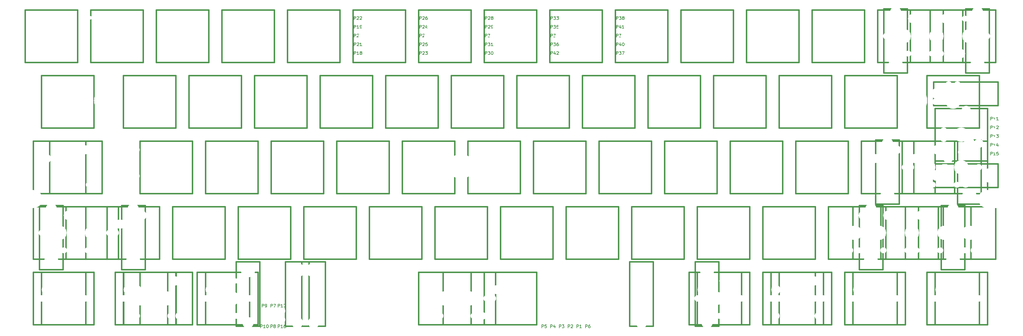
<source format=gto>
G04 #@! TF.FileFunction,Legend,Top*
%FSLAX46Y46*%
G04 Gerber Fmt 4.6, Leading zero omitted, Abs format (unit mm)*
G04 Created by KiCad (PCBNEW 4.0.2-stable) date Mon 25 Apr 2016 11:41:22 PM CEST*
%MOMM*%
G01*
G04 APERTURE LIST*
%ADD10C,0.150000*%
%ADD11C,0.381000*%
%ADD12C,2.203200*%
%ADD13C,1.803400*%
%ADD14C,2.003200*%
%ADD15C,3.251200*%
%ADD16C,4.183400*%
%ADD17C,4.183380*%
%ADD18C,2.702560*%
%ADD19C,1.902460*%
%ADD20C,1.103200*%
%ADD21O,10.203180X5.204460*%
%ADD22C,7.203440*%
%ADD23C,7.204500*%
%ADD24C,1.803200*%
G04 APERTURE END LIST*
D10*
D11*
X268227500Y-58728750D02*
X283467500Y-58728750D01*
X283467500Y-58728750D02*
X283467500Y-73968750D01*
X283467500Y-73968750D02*
X268227500Y-73968750D01*
X268227500Y-73968750D02*
X268227500Y-58728750D01*
X242033750Y-58728750D02*
X257273750Y-58728750D01*
X257273750Y-58728750D02*
X257273750Y-73968750D01*
X257273750Y-73968750D02*
X242033750Y-73968750D01*
X242033750Y-73968750D02*
X242033750Y-58728750D01*
X234890000Y-58728750D02*
X250130000Y-58728750D01*
X250130000Y-58728750D02*
X250130000Y-73968750D01*
X250130000Y-73968750D02*
X234890000Y-73968750D01*
X234890000Y-73968750D02*
X234890000Y-58728750D01*
X220602500Y-77778750D02*
X235842500Y-77778750D01*
X235842500Y-77778750D02*
X235842500Y-93018750D01*
X235842500Y-93018750D02*
X220602500Y-93018750D01*
X220602500Y-93018750D02*
X220602500Y-77778750D01*
X215840000Y-77778750D02*
X231080000Y-77778750D01*
X231080000Y-77778750D02*
X231080000Y-93018750D01*
X231080000Y-93018750D02*
X215840000Y-93018750D01*
X215840000Y-93018750D02*
X215840000Y-77778750D01*
X122971250Y-77778750D02*
X138211250Y-77778750D01*
X138211250Y-77778750D02*
X138211250Y-93018750D01*
X138211250Y-93018750D02*
X122971250Y-93018750D01*
X122971250Y-93018750D02*
X122971250Y-77778750D01*
X115827500Y-77778750D02*
X131067500Y-77778750D01*
X131067500Y-77778750D02*
X131067500Y-93018750D01*
X131067500Y-93018750D02*
X115827500Y-93018750D01*
X115827500Y-93018750D02*
X115827500Y-77778750D01*
X34865000Y-77778750D02*
X50105000Y-77778750D01*
X50105000Y-77778750D02*
X50105000Y-93018750D01*
X50105000Y-93018750D02*
X34865000Y-93018750D01*
X34865000Y-93018750D02*
X34865000Y-77778750D01*
X27721250Y-77778750D02*
X42961250Y-77778750D01*
X42961250Y-77778750D02*
X42961250Y-93018750D01*
X42961250Y-93018750D02*
X27721250Y-93018750D01*
X27721250Y-93018750D02*
X27721250Y-77778750D01*
X51533750Y-77778750D02*
X66773750Y-77778750D01*
X66773750Y-77778750D02*
X66773750Y-93018750D01*
X66773750Y-93018750D02*
X51533750Y-93018750D01*
X51533750Y-93018750D02*
X51533750Y-77778750D01*
X27721250Y-77778750D02*
X42961250Y-77778750D01*
X42961250Y-77778750D02*
X42961250Y-93018750D01*
X42961250Y-93018750D02*
X27721250Y-93018750D01*
X27721250Y-93018750D02*
X27721250Y-77778750D01*
X53915000Y-77778750D02*
X69155000Y-77778750D01*
X69155000Y-77778750D02*
X69155000Y-93018750D01*
X69155000Y-93018750D02*
X53915000Y-93018750D01*
X53915000Y-93018750D02*
X53915000Y-77778750D01*
X30102500Y-77778750D02*
X45342500Y-77778750D01*
X45342500Y-77778750D02*
X45342500Y-93018750D01*
X45342500Y-93018750D02*
X30102500Y-93018750D01*
X30102500Y-93018750D02*
X30102500Y-77778750D01*
X3908750Y-77778750D02*
X19148750Y-77778750D01*
X19148750Y-77778750D02*
X19148750Y-93018750D01*
X19148750Y-93018750D02*
X3908750Y-93018750D01*
X3908750Y-93018750D02*
X3908750Y-77778750D01*
X6290000Y-77778750D02*
X21530000Y-77778750D01*
X21530000Y-77778750D02*
X21530000Y-93018750D01*
X21530000Y-93018750D02*
X6290000Y-93018750D01*
X6290000Y-93018750D02*
X6290000Y-77778750D01*
X194408750Y-77778750D02*
X209648750Y-77778750D01*
X209648750Y-77778750D02*
X209648750Y-93018750D01*
X209648750Y-93018750D02*
X194408750Y-93018750D01*
X194408750Y-93018750D02*
X194408750Y-77778750D01*
X196790000Y-77778750D02*
X212030000Y-77778750D01*
X212030000Y-77778750D02*
X212030000Y-93018750D01*
X212030000Y-93018750D02*
X196790000Y-93018750D01*
X196790000Y-93018750D02*
X196790000Y-77778750D01*
X218221250Y-77778750D02*
X233461250Y-77778750D01*
X233461250Y-77778750D02*
X233461250Y-93018750D01*
X233461250Y-93018750D02*
X218221250Y-93018750D01*
X218221250Y-93018750D02*
X218221250Y-77778750D01*
X215840000Y-77778750D02*
X231080000Y-77778750D01*
X231080000Y-77778750D02*
X231080000Y-93018750D01*
X231080000Y-93018750D02*
X215840000Y-93018750D01*
X215840000Y-93018750D02*
X215840000Y-77778750D01*
X220602500Y-77778750D02*
X235842500Y-77778750D01*
X235842500Y-77778750D02*
X235842500Y-93018750D01*
X235842500Y-93018750D02*
X220602500Y-93018750D01*
X220602500Y-93018750D02*
X220602500Y-77778750D01*
X242033750Y-77778750D02*
X257273750Y-77778750D01*
X257273750Y-77778750D02*
X257273750Y-93018750D01*
X257273750Y-93018750D02*
X242033750Y-93018750D01*
X242033750Y-93018750D02*
X242033750Y-77778750D01*
X239652500Y-77778750D02*
X254892500Y-77778750D01*
X254892500Y-77778750D02*
X254892500Y-93018750D01*
X254892500Y-93018750D02*
X239652500Y-93018750D01*
X239652500Y-93018750D02*
X239652500Y-77778750D01*
X265846250Y-77778750D02*
X281086250Y-77778750D01*
X281086250Y-77778750D02*
X281086250Y-93018750D01*
X281086250Y-93018750D02*
X265846250Y-93018750D01*
X265846250Y-93018750D02*
X265846250Y-77778750D01*
X263465000Y-77778750D02*
X278705000Y-77778750D01*
X278705000Y-77778750D02*
X278705000Y-93018750D01*
X278705000Y-93018750D02*
X263465000Y-93018750D01*
X263465000Y-93018750D02*
X263465000Y-77778750D01*
X8672520Y-39680020D02*
X23912520Y-39680020D01*
X23912520Y-39680020D02*
X23912520Y-54920020D01*
X23912520Y-54920020D02*
X8672520Y-54920020D01*
X8672520Y-54920020D02*
X8672520Y-39680020D01*
X34865000Y-77778750D02*
X50105000Y-77778750D01*
X50105000Y-77778750D02*
X50105000Y-93018750D01*
X50105000Y-93018750D02*
X34865000Y-93018750D01*
X34865000Y-93018750D02*
X34865000Y-77778750D01*
X265846250Y-39678750D02*
X281086250Y-39678750D01*
X281086250Y-39678750D02*
X281086250Y-54918750D01*
X281086250Y-54918750D02*
X265846250Y-54918750D01*
X265846250Y-54918750D02*
X265846250Y-39678750D01*
X281086250Y-30153750D02*
X281086250Y-45393750D01*
X281086250Y-45393750D02*
X265846250Y-45393750D01*
X265846250Y-45393750D02*
X265846250Y-30153750D01*
X265846250Y-30153750D02*
X281086250Y-30153750D01*
X258702500Y-1578750D02*
X273942500Y-1578750D01*
X273942500Y-1578750D02*
X273942500Y-16818750D01*
X273942500Y-16818750D02*
X258702500Y-16818750D01*
X258702500Y-16818750D02*
X258702500Y-1578750D01*
X3908750Y-58728750D02*
X19148750Y-58728750D01*
X19148750Y-58728750D02*
X19148750Y-73968750D01*
X19148750Y-73968750D02*
X3908750Y-73968750D01*
X3908750Y-73968750D02*
X3908750Y-58728750D01*
X3910020Y-39680020D02*
X19150020Y-39680020D01*
X19150020Y-39680020D02*
X19150020Y-54920020D01*
X19150020Y-54920020D02*
X3910020Y-54920020D01*
X3910020Y-54920020D02*
X3910020Y-39680020D01*
X8672520Y-39680020D02*
X23912520Y-39680020D01*
X23912520Y-39680020D02*
X23912520Y-54920020D01*
X23912520Y-54920020D02*
X8672520Y-54920020D01*
X8672520Y-54920020D02*
X8672520Y-39680020D01*
X34865000Y-39678750D02*
X50105000Y-39678750D01*
X50105000Y-39678750D02*
X50105000Y-54918750D01*
X50105000Y-54918750D02*
X34865000Y-54918750D01*
X34865000Y-54918750D02*
X34865000Y-39678750D01*
X53915000Y-39678750D02*
X69155000Y-39678750D01*
X69155000Y-39678750D02*
X69155000Y-54918750D01*
X69155000Y-54918750D02*
X53915000Y-54918750D01*
X53915000Y-54918750D02*
X53915000Y-39678750D01*
X72965000Y-39678750D02*
X88205000Y-39678750D01*
X88205000Y-39678750D02*
X88205000Y-54918750D01*
X88205000Y-54918750D02*
X72965000Y-54918750D01*
X72965000Y-54918750D02*
X72965000Y-39678750D01*
X49152500Y-20628750D02*
X64392500Y-20628750D01*
X64392500Y-20628750D02*
X64392500Y-35868750D01*
X64392500Y-35868750D02*
X49152500Y-35868750D01*
X49152500Y-35868750D02*
X49152500Y-20628750D01*
X268227500Y-58728750D02*
X283467500Y-58728750D01*
X283467500Y-58728750D02*
X283467500Y-73968750D01*
X283467500Y-73968750D02*
X268227500Y-73968750D01*
X268227500Y-73968750D02*
X268227500Y-58728750D01*
X242033750Y-58728750D02*
X257273750Y-58728750D01*
X257273750Y-58728750D02*
X257273750Y-73968750D01*
X257273750Y-73968750D02*
X242033750Y-73968750D01*
X242033750Y-73968750D02*
X242033750Y-58728750D01*
X234890000Y-58728750D02*
X250130000Y-58728750D01*
X250130000Y-58728750D02*
X250130000Y-73968750D01*
X250130000Y-73968750D02*
X234890000Y-73968750D01*
X234890000Y-73968750D02*
X234890000Y-58728750D01*
X251558750Y-58728750D02*
X266798750Y-58728750D01*
X266798750Y-58728750D02*
X266798750Y-73968750D01*
X266798750Y-73968750D02*
X251558750Y-73968750D01*
X251558750Y-73968750D02*
X251558750Y-58728750D01*
X206315000Y-39678750D02*
X221555000Y-39678750D01*
X221555000Y-39678750D02*
X221555000Y-54918750D01*
X221555000Y-54918750D02*
X206315000Y-54918750D01*
X206315000Y-54918750D02*
X206315000Y-39678750D01*
X44390000Y-58728750D02*
X59630000Y-58728750D01*
X59630000Y-58728750D02*
X59630000Y-73968750D01*
X59630000Y-73968750D02*
X44390000Y-73968750D01*
X44390000Y-73968750D02*
X44390000Y-58728750D01*
X25340000Y-58728750D02*
X40580000Y-58728750D01*
X40580000Y-58728750D02*
X40580000Y-73968750D01*
X40580000Y-73968750D02*
X25340000Y-73968750D01*
X25340000Y-73968750D02*
X25340000Y-58728750D01*
X13433750Y-58728750D02*
X28673750Y-58728750D01*
X28673750Y-58728750D02*
X28673750Y-73968750D01*
X28673750Y-73968750D02*
X13433750Y-73968750D01*
X13433750Y-73968750D02*
X13433750Y-58728750D01*
X139640000Y-58728750D02*
X154880000Y-58728750D01*
X154880000Y-58728750D02*
X154880000Y-73968750D01*
X154880000Y-73968750D02*
X139640000Y-73968750D01*
X139640000Y-73968750D02*
X139640000Y-58728750D01*
X120590000Y-58728750D02*
X135830000Y-58728750D01*
X135830000Y-58728750D02*
X135830000Y-73968750D01*
X135830000Y-73968750D02*
X120590000Y-73968750D01*
X120590000Y-73968750D02*
X120590000Y-58728750D01*
X101540000Y-58728750D02*
X116780000Y-58728750D01*
X116780000Y-58728750D02*
X116780000Y-73968750D01*
X116780000Y-73968750D02*
X101540000Y-73968750D01*
X101540000Y-73968750D02*
X101540000Y-58728750D01*
X82490000Y-58728750D02*
X97730000Y-58728750D01*
X97730000Y-58728750D02*
X97730000Y-73968750D01*
X97730000Y-73968750D02*
X82490000Y-73968750D01*
X82490000Y-73968750D02*
X82490000Y-58728750D01*
X225365000Y-39678750D02*
X240605000Y-39678750D01*
X240605000Y-39678750D02*
X240605000Y-54918750D01*
X240605000Y-54918750D02*
X225365000Y-54918750D01*
X225365000Y-54918750D02*
X225365000Y-39678750D01*
X63440000Y-58728750D02*
X78680000Y-58728750D01*
X78680000Y-58728750D02*
X78680000Y-73968750D01*
X78680000Y-73968750D02*
X63440000Y-73968750D01*
X63440000Y-73968750D02*
X63440000Y-58728750D01*
X187265000Y-39678750D02*
X202505000Y-39678750D01*
X202505000Y-39678750D02*
X202505000Y-54918750D01*
X202505000Y-54918750D02*
X187265000Y-54918750D01*
X187265000Y-54918750D02*
X187265000Y-39678750D01*
X168215000Y-39678750D02*
X183455000Y-39678750D01*
X183455000Y-39678750D02*
X183455000Y-54918750D01*
X183455000Y-54918750D02*
X168215000Y-54918750D01*
X168215000Y-54918750D02*
X168215000Y-39678750D01*
X256321250Y-39678750D02*
X271561250Y-39678750D01*
X271561250Y-39678750D02*
X271561250Y-54918750D01*
X271561250Y-54918750D02*
X256321250Y-54918750D01*
X256321250Y-54918750D02*
X256321250Y-39678750D01*
X244415000Y-39678750D02*
X259655000Y-39678750D01*
X259655000Y-39678750D02*
X259655000Y-54918750D01*
X259655000Y-54918750D02*
X244415000Y-54918750D01*
X244415000Y-54918750D02*
X244415000Y-39678750D01*
X158690000Y-58728750D02*
X173930000Y-58728750D01*
X173930000Y-58728750D02*
X173930000Y-73968750D01*
X173930000Y-73968750D02*
X158690000Y-73968750D01*
X158690000Y-73968750D02*
X158690000Y-58728750D01*
X177740000Y-58728750D02*
X192980000Y-58728750D01*
X192980000Y-58728750D02*
X192980000Y-73968750D01*
X192980000Y-73968750D02*
X177740000Y-73968750D01*
X177740000Y-73968750D02*
X177740000Y-58728750D01*
X196790000Y-58728750D02*
X212030000Y-58728750D01*
X212030000Y-58728750D02*
X212030000Y-73968750D01*
X212030000Y-73968750D02*
X196790000Y-73968750D01*
X196790000Y-73968750D02*
X196790000Y-58728750D01*
X215840000Y-58728750D02*
X231080000Y-58728750D01*
X231080000Y-58728750D02*
X231080000Y-73968750D01*
X231080000Y-73968750D02*
X215840000Y-73968750D01*
X215840000Y-73968750D02*
X215840000Y-58728750D01*
X283467500Y-16818750D02*
X268227500Y-16818750D01*
X268227500Y-16818750D02*
X268227500Y-1578750D01*
X268227500Y-1578750D02*
X283467500Y-1578750D01*
X283467500Y-1578750D02*
X283467500Y-16818750D01*
X122971250Y-77778750D02*
X138211250Y-77778750D01*
X138211250Y-77778750D02*
X138211250Y-93018750D01*
X138211250Y-93018750D02*
X122971250Y-93018750D01*
X122971250Y-93018750D02*
X122971250Y-77778750D01*
X230127500Y-1578750D02*
X245367500Y-1578750D01*
X245367500Y-1578750D02*
X245367500Y-16818750D01*
X245367500Y-16818750D02*
X230127500Y-16818750D01*
X230127500Y-16818750D02*
X230127500Y-1578750D01*
X106302500Y-20628750D02*
X121542500Y-20628750D01*
X121542500Y-20628750D02*
X121542500Y-35868750D01*
X121542500Y-35868750D02*
X106302500Y-35868750D01*
X106302500Y-35868750D02*
X106302500Y-20628750D01*
X87252500Y-20628750D02*
X102492500Y-20628750D01*
X102492500Y-20628750D02*
X102492500Y-35868750D01*
X102492500Y-35868750D02*
X87252500Y-35868750D01*
X87252500Y-35868750D02*
X87252500Y-20628750D01*
X211077500Y-1578750D02*
X226317500Y-1578750D01*
X226317500Y-1578750D02*
X226317500Y-16818750D01*
X226317500Y-16818750D02*
X211077500Y-16818750D01*
X211077500Y-16818750D02*
X211077500Y-1578750D01*
X192027500Y-1578750D02*
X207267500Y-1578750D01*
X207267500Y-1578750D02*
X207267500Y-16818750D01*
X207267500Y-16818750D02*
X192027500Y-16818750D01*
X192027500Y-16818750D02*
X192027500Y-1578750D01*
X172977500Y-1578750D02*
X188217500Y-1578750D01*
X188217500Y-1578750D02*
X188217500Y-16818750D01*
X188217500Y-16818750D02*
X172977500Y-16818750D01*
X172977500Y-16818750D02*
X172977500Y-1578750D01*
X153927500Y-1578750D02*
X169167500Y-1578750D01*
X169167500Y-1578750D02*
X169167500Y-16818750D01*
X169167500Y-16818750D02*
X153927500Y-16818750D01*
X153927500Y-16818750D02*
X153927500Y-1578750D01*
X249177500Y-1578750D02*
X264417500Y-1578750D01*
X264417500Y-1578750D02*
X264417500Y-16818750D01*
X264417500Y-16818750D02*
X249177500Y-16818750D01*
X249177500Y-16818750D02*
X249177500Y-1578750D01*
X125352500Y-20628750D02*
X140592500Y-20628750D01*
X140592500Y-20628750D02*
X140592500Y-35868750D01*
X140592500Y-35868750D02*
X125352500Y-35868750D01*
X125352500Y-35868750D02*
X125352500Y-20628750D01*
X58677500Y-1578750D02*
X73917500Y-1578750D01*
X73917500Y-1578750D02*
X73917500Y-16818750D01*
X73917500Y-16818750D02*
X58677500Y-16818750D01*
X58677500Y-16818750D02*
X58677500Y-1578750D01*
X39627500Y-1578750D02*
X54867500Y-1578750D01*
X54867500Y-1578750D02*
X54867500Y-16818750D01*
X54867500Y-16818750D02*
X39627500Y-16818750D01*
X39627500Y-16818750D02*
X39627500Y-1578750D01*
X35817500Y-16818750D02*
X20577500Y-16818750D01*
X20577500Y-16818750D02*
X20577500Y-1578750D01*
X20577500Y-1578750D02*
X35817500Y-1578750D01*
X35817500Y-1578750D02*
X35817500Y-16818750D01*
X134877500Y-1578750D02*
X150117500Y-1578750D01*
X150117500Y-1578750D02*
X150117500Y-16818750D01*
X150117500Y-16818750D02*
X134877500Y-16818750D01*
X134877500Y-16818750D02*
X134877500Y-1578750D01*
X115827500Y-1578750D02*
X131067500Y-1578750D01*
X131067500Y-1578750D02*
X131067500Y-16818750D01*
X131067500Y-16818750D02*
X115827500Y-16818750D01*
X115827500Y-16818750D02*
X115827500Y-1578750D01*
X96777500Y-1578750D02*
X112017500Y-1578750D01*
X112017500Y-1578750D02*
X112017500Y-16818750D01*
X112017500Y-16818750D02*
X96777500Y-16818750D01*
X96777500Y-16818750D02*
X96777500Y-1578750D01*
X77727500Y-1578750D02*
X92967500Y-1578750D01*
X92967500Y-1578750D02*
X92967500Y-16818750D01*
X92967500Y-16818750D02*
X77727500Y-16818750D01*
X77727500Y-16818750D02*
X77727500Y-1578750D01*
X144402500Y-20628750D02*
X159642500Y-20628750D01*
X159642500Y-20628750D02*
X159642500Y-35868750D01*
X159642500Y-35868750D02*
X144402500Y-35868750D01*
X144402500Y-35868750D02*
X144402500Y-20628750D01*
X6290000Y-20628750D02*
X21530000Y-20628750D01*
X21530000Y-20628750D02*
X21530000Y-35868750D01*
X21530000Y-35868750D02*
X6290000Y-35868750D01*
X6290000Y-35868750D02*
X6290000Y-20628750D01*
X30102500Y-20628750D02*
X45342500Y-20628750D01*
X45342500Y-20628750D02*
X45342500Y-35868750D01*
X45342500Y-35868750D02*
X30102500Y-35868750D01*
X30102500Y-35868750D02*
X30102500Y-20628750D01*
X68202500Y-20628750D02*
X83442500Y-20628750D01*
X83442500Y-20628750D02*
X83442500Y-35868750D01*
X83442500Y-35868750D02*
X68202500Y-35868750D01*
X68202500Y-35868750D02*
X68202500Y-20628750D01*
X239652500Y-20628750D02*
X254892500Y-20628750D01*
X254892500Y-20628750D02*
X254892500Y-35868750D01*
X254892500Y-35868750D02*
X239652500Y-35868750D01*
X239652500Y-35868750D02*
X239652500Y-20628750D01*
X278705000Y-35868750D02*
X263465000Y-35868750D01*
X263465000Y-35868750D02*
X263465000Y-20628750D01*
X263465000Y-20628750D02*
X278705000Y-20628750D01*
X278705000Y-20628750D02*
X278705000Y-35868750D01*
X163452500Y-20628750D02*
X178692500Y-20628750D01*
X178692500Y-20628750D02*
X178692500Y-35868750D01*
X178692500Y-35868750D02*
X163452500Y-35868750D01*
X163452500Y-35868750D02*
X163452500Y-20628750D01*
X182502500Y-20628750D02*
X197742500Y-20628750D01*
X197742500Y-20628750D02*
X197742500Y-35868750D01*
X197742500Y-35868750D02*
X182502500Y-35868750D01*
X182502500Y-35868750D02*
X182502500Y-20628750D01*
X201552500Y-20628750D02*
X216792500Y-20628750D01*
X216792500Y-20628750D02*
X216792500Y-35868750D01*
X216792500Y-35868750D02*
X201552500Y-35868750D01*
X201552500Y-35868750D02*
X201552500Y-20628750D01*
X220602500Y-20628750D02*
X235842500Y-20628750D01*
X235842500Y-20628750D02*
X235842500Y-35868750D01*
X235842500Y-35868750D02*
X220602500Y-35868750D01*
X220602500Y-35868750D02*
X220602500Y-20628750D01*
X92015000Y-39678750D02*
X107255000Y-39678750D01*
X107255000Y-39678750D02*
X107255000Y-54918750D01*
X107255000Y-54918750D02*
X92015000Y-54918750D01*
X92015000Y-54918750D02*
X92015000Y-39678750D01*
X111065000Y-39678750D02*
X126305000Y-39678750D01*
X126305000Y-39678750D02*
X126305000Y-54918750D01*
X126305000Y-54918750D02*
X111065000Y-54918750D01*
X111065000Y-54918750D02*
X111065000Y-39678750D01*
X130115000Y-39678750D02*
X145355000Y-39678750D01*
X145355000Y-39678750D02*
X145355000Y-54918750D01*
X145355000Y-54918750D02*
X130115000Y-54918750D01*
X130115000Y-54918750D02*
X130115000Y-39678750D01*
X149165000Y-39678750D02*
X164405000Y-39678750D01*
X164405000Y-39678750D02*
X164405000Y-54918750D01*
X164405000Y-54918750D02*
X149165000Y-54918750D01*
X149165000Y-54918750D02*
X149165000Y-39678750D01*
X134877500Y-77778750D02*
X150117500Y-77778750D01*
X150117500Y-77778750D02*
X150117500Y-93018750D01*
X150117500Y-93018750D02*
X134877500Y-93018750D01*
X134877500Y-93018750D02*
X134877500Y-77778750D01*
X115827500Y-77778750D02*
X131067500Y-77778750D01*
X131067500Y-77778750D02*
X131067500Y-93018750D01*
X131067500Y-93018750D02*
X115827500Y-93018750D01*
X115827500Y-93018750D02*
X115827500Y-77778750D01*
X261083750Y-58728750D02*
X276323750Y-58728750D01*
X276323750Y-58728750D02*
X276323750Y-73968750D01*
X276323750Y-73968750D02*
X261083750Y-73968750D01*
X261083750Y-73968750D02*
X261083750Y-58728750D01*
X281659020Y-19868020D02*
X281659020Y-1199020D01*
X281659020Y-1199020D02*
X274801020Y-1199020D01*
X274801020Y-1199020D02*
X274801020Y-19868020D01*
X274801020Y-19868020D02*
X281659020Y-19868020D01*
X12576500Y-77018020D02*
X12576500Y-58349020D01*
X12576500Y-58349020D02*
X5718500Y-58349020D01*
X5718500Y-58349020D02*
X5718500Y-77018020D01*
X5718500Y-77018020D02*
X12576500Y-77018020D01*
X36389000Y-77018020D02*
X36389000Y-58349020D01*
X36389000Y-58349020D02*
X29531000Y-58349020D01*
X29531000Y-58349020D02*
X29531000Y-77018020D01*
X29531000Y-77018020D02*
X36389000Y-77018020D01*
X250701500Y-77018020D02*
X250701500Y-58349020D01*
X250701500Y-58349020D02*
X243843500Y-58349020D01*
X243843500Y-58349020D02*
X243843500Y-77018020D01*
X243843500Y-77018020D02*
X250701500Y-77018020D01*
X279276500Y-57966750D02*
X279276500Y-39297750D01*
X279276500Y-39297750D02*
X272418500Y-39297750D01*
X272418500Y-39297750D02*
X272418500Y-57966750D01*
X272418500Y-57966750D02*
X279276500Y-57966750D01*
X255464000Y-57968020D02*
X255464000Y-39299020D01*
X255464000Y-39299020D02*
X248606000Y-39299020D01*
X248606000Y-39299020D02*
X248606000Y-57968020D01*
X248606000Y-57968020D02*
X255464000Y-57968020D01*
X284135520Y-22438500D02*
X265466520Y-22438500D01*
X265466520Y-22438500D02*
X265466520Y-29296500D01*
X265466520Y-29296500D02*
X284135520Y-29296500D01*
X284135520Y-29296500D02*
X284135520Y-22438500D01*
X284135520Y-46251000D02*
X265466520Y-46251000D01*
X265466520Y-46251000D02*
X265466520Y-53109000D01*
X265466520Y-53109000D02*
X284135520Y-53109000D01*
X284135520Y-53109000D02*
X284135520Y-46251000D01*
X257846520Y-19868020D02*
X257846520Y-1199020D01*
X257846520Y-1199020D02*
X250988520Y-1199020D01*
X250988520Y-1199020D02*
X250988520Y-19868020D01*
X250988520Y-19868020D02*
X257846520Y-19868020D01*
X177168500Y-74732020D02*
X177168500Y-93401020D01*
X177168500Y-93401020D02*
X184026500Y-93401020D01*
X184026500Y-93401020D02*
X184026500Y-74732020D01*
X184026500Y-74732020D02*
X177168500Y-74732020D01*
X77156000Y-74732020D02*
X77156000Y-93401020D01*
X77156000Y-93401020D02*
X84014000Y-93401020D01*
X84014000Y-93401020D02*
X84014000Y-74732020D01*
X84014000Y-74732020D02*
X77156000Y-74732020D01*
X62868500Y-74732020D02*
X62868500Y-93401020D01*
X62868500Y-93401020D02*
X69726500Y-93401020D01*
X69726500Y-93401020D02*
X69726500Y-74732020D01*
X69726500Y-74732020D02*
X62868500Y-74732020D01*
X81918500Y-74732020D02*
X81918500Y-93401020D01*
X81918500Y-93401020D02*
X88776500Y-93401020D01*
X88776500Y-93401020D02*
X88776500Y-74732020D01*
X88776500Y-74732020D02*
X81918500Y-74732020D01*
X196218500Y-74732020D02*
X196218500Y-93401020D01*
X196218500Y-93401020D02*
X203076500Y-93401020D01*
X203076500Y-93401020D02*
X203076500Y-74732020D01*
X203076500Y-74732020D02*
X196218500Y-74732020D01*
X274514000Y-77016750D02*
X274514000Y-58347750D01*
X274514000Y-58347750D02*
X267656000Y-58347750D01*
X267656000Y-58347750D02*
X267656000Y-77016750D01*
X267656000Y-77016750D02*
X274514000Y-77016750D01*
X8672520Y-39680020D02*
X23912520Y-39680020D01*
X23912520Y-39680020D02*
X23912520Y-54920020D01*
X23912520Y-54920020D02*
X8672520Y-54920020D01*
X8672520Y-54920020D02*
X8672520Y-39680020D01*
X192027500Y-1580020D02*
X207267500Y-1580020D01*
X207267500Y-1580020D02*
X207267500Y-16820020D01*
X207267500Y-16820020D02*
X192027500Y-16820020D01*
X192027500Y-16820020D02*
X192027500Y-1580020D01*
X87252500Y-20630020D02*
X102492500Y-20630020D01*
X102492500Y-20630020D02*
X102492500Y-35870020D01*
X102492500Y-35870020D02*
X87252500Y-35870020D01*
X87252500Y-35870020D02*
X87252500Y-20630020D01*
X106302500Y-20630020D02*
X121542500Y-20630020D01*
X121542500Y-20630020D02*
X121542500Y-35870020D01*
X121542500Y-35870020D02*
X106302500Y-35870020D01*
X106302500Y-35870020D02*
X106302500Y-20630020D01*
X144402500Y-20630020D02*
X159642500Y-20630020D01*
X159642500Y-20630020D02*
X159642500Y-35870020D01*
X159642500Y-35870020D02*
X144402500Y-35870020D01*
X144402500Y-35870020D02*
X144402500Y-20630020D01*
X163452500Y-20630020D02*
X178692500Y-20630020D01*
X178692500Y-20630020D02*
X178692500Y-35870020D01*
X178692500Y-35870020D02*
X163452500Y-35870020D01*
X163452500Y-35870020D02*
X163452500Y-20630020D01*
X182502500Y-20630020D02*
X197742500Y-20630020D01*
X197742500Y-20630020D02*
X197742500Y-35870020D01*
X197742500Y-35870020D02*
X182502500Y-35870020D01*
X182502500Y-35870020D02*
X182502500Y-20630020D01*
X201552500Y-20630020D02*
X216792500Y-20630020D01*
X216792500Y-20630020D02*
X216792500Y-35870020D01*
X216792500Y-35870020D02*
X201552500Y-35870020D01*
X201552500Y-35870020D02*
X201552500Y-20630020D01*
X220602500Y-20630020D02*
X235842500Y-20630020D01*
X235842500Y-20630020D02*
X235842500Y-35870020D01*
X235842500Y-35870020D02*
X220602500Y-35870020D01*
X220602500Y-35870020D02*
X220602500Y-20630020D01*
X278705000Y-35868750D02*
X263465000Y-35868750D01*
X263465000Y-35868750D02*
X263465000Y-20628750D01*
X263465000Y-20628750D02*
X278705000Y-20628750D01*
X278705000Y-20628750D02*
X278705000Y-35868750D01*
X34865000Y-39680020D02*
X50105000Y-39680020D01*
X50105000Y-39680020D02*
X50105000Y-54920020D01*
X50105000Y-54920020D02*
X34865000Y-54920020D01*
X34865000Y-54920020D02*
X34865000Y-39680020D01*
X53915000Y-39680020D02*
X69155000Y-39680020D01*
X69155000Y-39680020D02*
X69155000Y-54920020D01*
X69155000Y-54920020D02*
X53915000Y-54920020D01*
X53915000Y-54920020D02*
X53915000Y-39680020D01*
X72965000Y-39680020D02*
X88205000Y-39680020D01*
X88205000Y-39680020D02*
X88205000Y-54920020D01*
X88205000Y-54920020D02*
X72965000Y-54920020D01*
X72965000Y-54920020D02*
X72965000Y-39680020D01*
X92015000Y-39680020D02*
X107255000Y-39680020D01*
X107255000Y-39680020D02*
X107255000Y-54920020D01*
X107255000Y-54920020D02*
X92015000Y-54920020D01*
X92015000Y-54920020D02*
X92015000Y-39680020D01*
X111065000Y-39680020D02*
X126305000Y-39680020D01*
X126305000Y-39680020D02*
X126305000Y-54920020D01*
X126305000Y-54920020D02*
X111065000Y-54920020D01*
X111065000Y-54920020D02*
X111065000Y-39680020D01*
X130115000Y-39680020D02*
X145355000Y-39680020D01*
X145355000Y-39680020D02*
X145355000Y-54920020D01*
X145355000Y-54920020D02*
X130115000Y-54920020D01*
X130115000Y-54920020D02*
X130115000Y-39680020D01*
X149165000Y-39680020D02*
X164405000Y-39680020D01*
X164405000Y-39680020D02*
X164405000Y-54920020D01*
X164405000Y-54920020D02*
X149165000Y-54920020D01*
X149165000Y-54920020D02*
X149165000Y-39680020D01*
X39627500Y-1580020D02*
X54867500Y-1580020D01*
X54867500Y-1580020D02*
X54867500Y-16820020D01*
X54867500Y-16820020D02*
X39627500Y-16820020D01*
X39627500Y-16820020D02*
X39627500Y-1580020D01*
X58677500Y-1580020D02*
X73917500Y-1580020D01*
X73917500Y-1580020D02*
X73917500Y-16820020D01*
X73917500Y-16820020D02*
X58677500Y-16820020D01*
X58677500Y-16820020D02*
X58677500Y-1580020D01*
X96777500Y-1580020D02*
X112017500Y-1580020D01*
X112017500Y-1580020D02*
X112017500Y-16820020D01*
X112017500Y-16820020D02*
X96777500Y-16820020D01*
X96777500Y-16820020D02*
X96777500Y-1580020D01*
X115827500Y-1580020D02*
X131067500Y-1580020D01*
X131067500Y-1580020D02*
X131067500Y-16820020D01*
X131067500Y-16820020D02*
X115827500Y-16820020D01*
X115827500Y-16820020D02*
X115827500Y-1580020D01*
X134877500Y-1580020D02*
X150117500Y-1580020D01*
X150117500Y-1580020D02*
X150117500Y-16820020D01*
X150117500Y-16820020D02*
X134877500Y-16820020D01*
X134877500Y-16820020D02*
X134877500Y-1580020D01*
X153927500Y-1580020D02*
X169167500Y-1580020D01*
X169167500Y-1580020D02*
X169167500Y-16820020D01*
X169167500Y-16820020D02*
X153927500Y-16820020D01*
X153927500Y-16820020D02*
X153927500Y-1580020D01*
X211077500Y-1580020D02*
X226317500Y-1580020D01*
X226317500Y-1580020D02*
X226317500Y-16820020D01*
X226317500Y-16820020D02*
X211077500Y-16820020D01*
X211077500Y-16820020D02*
X211077500Y-1580020D01*
X230127500Y-1580020D02*
X245367500Y-1580020D01*
X245367500Y-1580020D02*
X245367500Y-16820020D01*
X245367500Y-16820020D02*
X230127500Y-16820020D01*
X230127500Y-16820020D02*
X230127500Y-1580020D01*
X258702500Y-1580020D02*
X273942500Y-1580020D01*
X273942500Y-1580020D02*
X273942500Y-16820020D01*
X273942500Y-16820020D02*
X258702500Y-16820020D01*
X258702500Y-16820020D02*
X258702500Y-1580020D01*
X6290000Y-20630020D02*
X21530000Y-20630020D01*
X21530000Y-20630020D02*
X21530000Y-35870020D01*
X21530000Y-35870020D02*
X6290000Y-35870020D01*
X6290000Y-35870020D02*
X6290000Y-20630020D01*
X30102500Y-20630020D02*
X45342500Y-20630020D01*
X45342500Y-20630020D02*
X45342500Y-35870020D01*
X45342500Y-35870020D02*
X30102500Y-35870020D01*
X30102500Y-35870020D02*
X30102500Y-20630020D01*
X49152500Y-20630020D02*
X64392500Y-20630020D01*
X64392500Y-20630020D02*
X64392500Y-35870020D01*
X64392500Y-35870020D02*
X49152500Y-35870020D01*
X49152500Y-35870020D02*
X49152500Y-20630020D01*
X68202500Y-20630020D02*
X83442500Y-20630020D01*
X83442500Y-20630020D02*
X83442500Y-35870020D01*
X83442500Y-35870020D02*
X68202500Y-35870020D01*
X68202500Y-35870020D02*
X68202500Y-20630020D01*
X251560020Y-58730020D02*
X266800020Y-58730020D01*
X266800020Y-58730020D02*
X266800020Y-73970020D01*
X266800020Y-73970020D02*
X251560020Y-73970020D01*
X251560020Y-73970020D02*
X251560020Y-58730020D01*
X3908750Y-77778750D02*
X19148750Y-77778750D01*
X19148750Y-77778750D02*
X19148750Y-93018750D01*
X19148750Y-93018750D02*
X3908750Y-93018750D01*
X3908750Y-93018750D02*
X3908750Y-77778750D01*
X51533750Y-77778750D02*
X66773750Y-77778750D01*
X66773750Y-77778750D02*
X66773750Y-93018750D01*
X66773750Y-93018750D02*
X51533750Y-93018750D01*
X51533750Y-93018750D02*
X51533750Y-77778750D01*
X122971250Y-77778750D02*
X138211250Y-77778750D01*
X138211250Y-77778750D02*
X138211250Y-93018750D01*
X138211250Y-93018750D02*
X122971250Y-93018750D01*
X122971250Y-93018750D02*
X122971250Y-77778750D01*
X194408750Y-77778750D02*
X209648750Y-77778750D01*
X209648750Y-77778750D02*
X209648750Y-93018750D01*
X209648750Y-93018750D02*
X194408750Y-93018750D01*
X194408750Y-93018750D02*
X194408750Y-77778750D01*
X218221250Y-77778750D02*
X233461250Y-77778750D01*
X233461250Y-77778750D02*
X233461250Y-93018750D01*
X233461250Y-93018750D02*
X218221250Y-93018750D01*
X218221250Y-93018750D02*
X218221250Y-77778750D01*
X242033750Y-77778750D02*
X257273750Y-77778750D01*
X257273750Y-77778750D02*
X257273750Y-93018750D01*
X257273750Y-93018750D02*
X242033750Y-93018750D01*
X242033750Y-93018750D02*
X242033750Y-77778750D01*
X265846250Y-77778750D02*
X281086250Y-77778750D01*
X281086250Y-77778750D02*
X281086250Y-93018750D01*
X281086250Y-93018750D02*
X265846250Y-93018750D01*
X265846250Y-93018750D02*
X265846250Y-77778750D01*
X168215000Y-39680020D02*
X183455000Y-39680020D01*
X183455000Y-39680020D02*
X183455000Y-54920020D01*
X183455000Y-54920020D02*
X168215000Y-54920020D01*
X168215000Y-54920020D02*
X168215000Y-39680020D01*
X187265000Y-39680020D02*
X202505000Y-39680020D01*
X202505000Y-39680020D02*
X202505000Y-54920020D01*
X202505000Y-54920020D02*
X187265000Y-54920020D01*
X187265000Y-54920020D02*
X187265000Y-39680020D01*
X225365000Y-39680020D02*
X240605000Y-39680020D01*
X240605000Y-39680020D02*
X240605000Y-54920020D01*
X240605000Y-54920020D02*
X225365000Y-54920020D01*
X225365000Y-54920020D02*
X225365000Y-39680020D01*
X256321250Y-39678750D02*
X271561250Y-39678750D01*
X271561250Y-39678750D02*
X271561250Y-54918750D01*
X271561250Y-54918750D02*
X256321250Y-54918750D01*
X256321250Y-54918750D02*
X256321250Y-39678750D01*
X13433750Y-58728750D02*
X28673750Y-58728750D01*
X28673750Y-58728750D02*
X28673750Y-73968750D01*
X28673750Y-73968750D02*
X13433750Y-73968750D01*
X13433750Y-73968750D02*
X13433750Y-58728750D01*
X44390000Y-58730020D02*
X59630000Y-58730020D01*
X59630000Y-58730020D02*
X59630000Y-73970020D01*
X59630000Y-73970020D02*
X44390000Y-73970020D01*
X44390000Y-73970020D02*
X44390000Y-58730020D01*
X63440000Y-58730020D02*
X78680000Y-58730020D01*
X78680000Y-58730020D02*
X78680000Y-73970020D01*
X78680000Y-73970020D02*
X63440000Y-73970020D01*
X63440000Y-73970020D02*
X63440000Y-58730020D01*
X101540000Y-58730020D02*
X116780000Y-58730020D01*
X116780000Y-58730020D02*
X116780000Y-73970020D01*
X116780000Y-73970020D02*
X101540000Y-73970020D01*
X101540000Y-73970020D02*
X101540000Y-58730020D01*
X120590000Y-58730020D02*
X135830000Y-58730020D01*
X135830000Y-58730020D02*
X135830000Y-73970020D01*
X135830000Y-73970020D02*
X120590000Y-73970020D01*
X120590000Y-73970020D02*
X120590000Y-58730020D01*
X139640000Y-58730020D02*
X154880000Y-58730020D01*
X154880000Y-58730020D02*
X154880000Y-73970020D01*
X154880000Y-73970020D02*
X139640000Y-73970020D01*
X139640000Y-73970020D02*
X139640000Y-58730020D01*
X158690000Y-58730020D02*
X173930000Y-58730020D01*
X173930000Y-58730020D02*
X173930000Y-73970020D01*
X173930000Y-73970020D02*
X158690000Y-73970020D01*
X158690000Y-73970020D02*
X158690000Y-58730020D01*
X177740000Y-58730020D02*
X192980000Y-58730020D01*
X192980000Y-58730020D02*
X192980000Y-73970020D01*
X192980000Y-73970020D02*
X177740000Y-73970020D01*
X177740000Y-73970020D02*
X177740000Y-58730020D01*
X196790000Y-58730020D02*
X212030000Y-58730020D01*
X212030000Y-58730020D02*
X212030000Y-73970020D01*
X212030000Y-73970020D02*
X196790000Y-73970020D01*
X196790000Y-73970020D02*
X196790000Y-58730020D01*
X215840000Y-58730020D02*
X231080000Y-58730020D01*
X231080000Y-58730020D02*
X231080000Y-73970020D01*
X231080000Y-73970020D02*
X215840000Y-73970020D01*
X215840000Y-73970020D02*
X215840000Y-58730020D01*
X27721250Y-77778750D02*
X42961250Y-77778750D01*
X42961250Y-77778750D02*
X42961250Y-93018750D01*
X42961250Y-93018750D02*
X27721250Y-93018750D01*
X27721250Y-93018750D02*
X27721250Y-77778750D01*
X82490000Y-58730020D02*
X97730000Y-58730020D01*
X97730000Y-58730020D02*
X97730000Y-73970020D01*
X97730000Y-73970020D02*
X82490000Y-73970020D01*
X82490000Y-73970020D02*
X82490000Y-58730020D01*
X77727500Y-1580020D02*
X92967500Y-1580020D01*
X92967500Y-1580020D02*
X92967500Y-16820020D01*
X92967500Y-16820020D02*
X77727500Y-16820020D01*
X77727500Y-16820020D02*
X77727500Y-1580020D01*
X172977500Y-1580020D02*
X188217500Y-1580020D01*
X188217500Y-1580020D02*
X188217500Y-16820020D01*
X188217500Y-16820020D02*
X172977500Y-16820020D01*
X172977500Y-16820020D02*
X172977500Y-1580020D01*
X239652500Y-20630020D02*
X254892500Y-20630020D01*
X254892500Y-20630020D02*
X254892500Y-35870020D01*
X254892500Y-35870020D02*
X239652500Y-35870020D01*
X239652500Y-35870020D02*
X239652500Y-20630020D01*
X125352500Y-20630020D02*
X140592500Y-20630020D01*
X140592500Y-20630020D02*
X140592500Y-35870020D01*
X140592500Y-35870020D02*
X125352500Y-35870020D01*
X125352500Y-35870020D02*
X125352500Y-20630020D01*
X206315000Y-39680020D02*
X221555000Y-39680020D01*
X221555000Y-39680020D02*
X221555000Y-54920020D01*
X221555000Y-54920020D02*
X206315000Y-54920020D01*
X206315000Y-54920020D02*
X206315000Y-39680020D01*
X16767500Y-16818750D02*
X1527500Y-16818750D01*
X1527500Y-16818750D02*
X1527500Y-1578750D01*
X1527500Y-1578750D02*
X16767500Y-1578750D01*
X16767500Y-1578750D02*
X16767500Y-16818750D01*
X265846250Y-39678750D02*
X281086250Y-39678750D01*
X281086250Y-39678750D02*
X281086250Y-54918750D01*
X281086250Y-54918750D02*
X265846250Y-54918750D01*
X265846250Y-54918750D02*
X265846250Y-39678750D01*
X215840000Y-77778750D02*
X231080000Y-77778750D01*
X231080000Y-77778750D02*
X231080000Y-93018750D01*
X231080000Y-93018750D02*
X215840000Y-93018750D01*
X215840000Y-93018750D02*
X215840000Y-77778750D01*
X25340000Y-58730020D02*
X40580000Y-58730020D01*
X40580000Y-58730020D02*
X40580000Y-73970020D01*
X40580000Y-73970020D02*
X25340000Y-73970020D01*
X25340000Y-73970020D02*
X25340000Y-58730020D01*
X268227500Y-58728750D02*
X283467500Y-58728750D01*
X283467500Y-58728750D02*
X283467500Y-73968750D01*
X283467500Y-73968750D02*
X268227500Y-73968750D01*
X268227500Y-73968750D02*
X268227500Y-58728750D01*
X6290000Y-77747000D02*
X21530000Y-77747000D01*
X21530000Y-77747000D02*
X21530000Y-92987000D01*
X21530000Y-92987000D02*
X6290000Y-92987000D01*
X6290000Y-92987000D02*
X6290000Y-77747000D01*
X34865000Y-77747000D02*
X50105000Y-77747000D01*
X50105000Y-77747000D02*
X50105000Y-92987000D01*
X50105000Y-92987000D02*
X34865000Y-92987000D01*
X34865000Y-92987000D02*
X34865000Y-77747000D01*
X30166000Y-77747000D02*
X45406000Y-77747000D01*
X45406000Y-77747000D02*
X45406000Y-92987000D01*
X45406000Y-92987000D02*
X30166000Y-92987000D01*
X30166000Y-92987000D02*
X30166000Y-77747000D01*
X196790000Y-77778750D02*
X212030000Y-77778750D01*
X212030000Y-77778750D02*
X212030000Y-93018750D01*
X212030000Y-93018750D02*
X196790000Y-93018750D01*
X196790000Y-93018750D02*
X196790000Y-77778750D01*
X220602500Y-77778750D02*
X235842500Y-77778750D01*
X235842500Y-77778750D02*
X235842500Y-93018750D01*
X235842500Y-93018750D02*
X220602500Y-93018750D01*
X220602500Y-93018750D02*
X220602500Y-77778750D01*
X53915000Y-77747000D02*
X69155000Y-77747000D01*
X69155000Y-77747000D02*
X69155000Y-92987000D01*
X69155000Y-92987000D02*
X53915000Y-92987000D01*
X53915000Y-92987000D02*
X53915000Y-77747000D01*
X239652500Y-77778750D02*
X254892500Y-77778750D01*
X254892500Y-77778750D02*
X254892500Y-93018750D01*
X254892500Y-93018750D02*
X239652500Y-93018750D01*
X239652500Y-93018750D02*
X239652500Y-77778750D01*
X263465000Y-77778750D02*
X278705000Y-77778750D01*
X278705000Y-77778750D02*
X278705000Y-93018750D01*
X278705000Y-93018750D02*
X263465000Y-93018750D01*
X263465000Y-93018750D02*
X263465000Y-77778750D01*
X134877500Y-77780020D02*
X150117500Y-77780020D01*
X150117500Y-77780020D02*
X150117500Y-93020020D01*
X150117500Y-93020020D02*
X134877500Y-93020020D01*
X134877500Y-93020020D02*
X134877500Y-77780020D01*
X115827500Y-77778750D02*
X131067500Y-77778750D01*
X131067500Y-77778750D02*
X131067500Y-93018750D01*
X131067500Y-93018750D02*
X115827500Y-93018750D01*
X115827500Y-93018750D02*
X115827500Y-77778750D01*
X3910020Y-58730020D02*
X19150020Y-58730020D01*
X19150020Y-58730020D02*
X19150020Y-73970020D01*
X19150020Y-73970020D02*
X3910020Y-73970020D01*
X3910020Y-73970020D02*
X3910020Y-58730020D01*
X261083750Y-58728750D02*
X276323750Y-58728750D01*
X276323750Y-58728750D02*
X276323750Y-73968750D01*
X276323750Y-73968750D02*
X261083750Y-73968750D01*
X261083750Y-73968750D02*
X261083750Y-58728750D01*
X3910020Y-39680020D02*
X19150020Y-39680020D01*
X19150020Y-39680020D02*
X19150020Y-54920020D01*
X19150020Y-54920020D02*
X3910020Y-54920020D01*
X3910020Y-54920020D02*
X3910020Y-39680020D01*
X249177500Y-1578750D02*
X264417500Y-1578750D01*
X264417500Y-1578750D02*
X264417500Y-16818750D01*
X264417500Y-16818750D02*
X249177500Y-16818750D01*
X249177500Y-16818750D02*
X249177500Y-1578750D01*
X283467500Y-16818750D02*
X268227500Y-16818750D01*
X268227500Y-16818750D02*
X268227500Y-1578750D01*
X268227500Y-1578750D02*
X283467500Y-1578750D01*
X283467500Y-1578750D02*
X283467500Y-16818750D01*
X35817500Y-16818750D02*
X20577500Y-16818750D01*
X20577500Y-16818750D02*
X20577500Y-1578750D01*
X20577500Y-1578750D02*
X35817500Y-1578750D01*
X35817500Y-1578750D02*
X35817500Y-16818750D01*
X16767500Y-16818750D02*
X1527500Y-16818750D01*
X1527500Y-16818750D02*
X1527500Y-1578750D01*
X1527500Y-1578750D02*
X16767500Y-1578750D01*
X16767500Y-1578750D02*
X16767500Y-16818750D01*
X281086250Y-30153750D02*
X281086250Y-45393750D01*
X281086250Y-45393750D02*
X265846250Y-45393750D01*
X265846250Y-45393750D02*
X265846250Y-30153750D01*
X265846250Y-30153750D02*
X281086250Y-30153750D01*
X242033750Y-58728750D02*
X257273750Y-58728750D01*
X257273750Y-58728750D02*
X257273750Y-73968750D01*
X257273750Y-73968750D02*
X242033750Y-73968750D01*
X242033750Y-73968750D02*
X242033750Y-58728750D01*
X234890000Y-58728750D02*
X250130000Y-58728750D01*
X250130000Y-58728750D02*
X250130000Y-73968750D01*
X250130000Y-73968750D02*
X234890000Y-73968750D01*
X234890000Y-73968750D02*
X234890000Y-58728750D01*
X244415000Y-39680020D02*
X259655000Y-39680020D01*
X259655000Y-39680020D02*
X259655000Y-54920020D01*
X259655000Y-54920020D02*
X244415000Y-54920020D01*
X244415000Y-54920020D02*
X244415000Y-39680020D01*
D10*
X97117143Y-6907143D02*
X97117143Y-6007143D01*
X97460000Y-6007143D01*
X97545714Y-6050000D01*
X97588571Y-6092857D01*
X97631428Y-6178571D01*
X97631428Y-6307143D01*
X97588571Y-6392857D01*
X97545714Y-6435714D01*
X97460000Y-6478571D01*
X97117143Y-6478571D01*
X98488571Y-6907143D02*
X97974286Y-6907143D01*
X98231428Y-6907143D02*
X98231428Y-6007143D01*
X98145714Y-6135714D01*
X98060000Y-6221429D01*
X97974286Y-6264286D01*
X98917143Y-6907143D02*
X99088571Y-6907143D01*
X99174286Y-6864286D01*
X99217143Y-6821429D01*
X99302857Y-6692857D01*
X99345714Y-6521429D01*
X99345714Y-6178571D01*
X99302857Y-6092857D01*
X99260000Y-6050000D01*
X99174286Y-6007143D01*
X99002857Y-6007143D01*
X98917143Y-6050000D01*
X98874286Y-6092857D01*
X98831429Y-6178571D01*
X98831429Y-6392857D01*
X98874286Y-6478571D01*
X98917143Y-6521429D01*
X99002857Y-6564286D01*
X99174286Y-6564286D01*
X99260000Y-6521429D01*
X99302857Y-6478571D01*
X99345714Y-6392857D01*
X97117143Y-9447143D02*
X97117143Y-8547143D01*
X97460000Y-8547143D01*
X97545714Y-8590000D01*
X97588571Y-8632857D01*
X97631428Y-8718571D01*
X97631428Y-8847143D01*
X97588571Y-8932857D01*
X97545714Y-8975714D01*
X97460000Y-9018571D01*
X97117143Y-9018571D01*
X97974286Y-8632857D02*
X98017143Y-8590000D01*
X98102857Y-8547143D01*
X98317143Y-8547143D01*
X98402857Y-8590000D01*
X98445714Y-8632857D01*
X98488571Y-8718571D01*
X98488571Y-8804286D01*
X98445714Y-8932857D01*
X97931428Y-9447143D01*
X98488571Y-9447143D01*
X99045714Y-8547143D02*
X99131429Y-8547143D01*
X99217143Y-8590000D01*
X99260000Y-8632857D01*
X99302857Y-8718571D01*
X99345714Y-8890000D01*
X99345714Y-9104286D01*
X99302857Y-9275714D01*
X99260000Y-9361429D01*
X99217143Y-9404286D01*
X99131429Y-9447143D01*
X99045714Y-9447143D01*
X98960000Y-9404286D01*
X98917143Y-9361429D01*
X98874286Y-9275714D01*
X98831429Y-9104286D01*
X98831429Y-8890000D01*
X98874286Y-8718571D01*
X98917143Y-8632857D01*
X98960000Y-8590000D01*
X99045714Y-8547143D01*
X97145143Y-11987143D02*
X97145143Y-11087143D01*
X97488000Y-11087143D01*
X97573714Y-11130000D01*
X97616571Y-11172857D01*
X97659428Y-11258571D01*
X97659428Y-11387143D01*
X97616571Y-11472857D01*
X97573714Y-11515714D01*
X97488000Y-11558571D01*
X97145143Y-11558571D01*
X98002286Y-11172857D02*
X98045143Y-11130000D01*
X98130857Y-11087143D01*
X98345143Y-11087143D01*
X98430857Y-11130000D01*
X98473714Y-11172857D01*
X98516571Y-11258571D01*
X98516571Y-11344286D01*
X98473714Y-11472857D01*
X97959428Y-11987143D01*
X98516571Y-11987143D01*
X99373714Y-11987143D02*
X98859429Y-11987143D01*
X99116571Y-11987143D02*
X99116571Y-11087143D01*
X99030857Y-11215714D01*
X98945143Y-11301429D01*
X98859429Y-11344286D01*
X97117143Y-4387143D02*
X97117143Y-3487143D01*
X97460000Y-3487143D01*
X97545714Y-3530000D01*
X97588571Y-3572857D01*
X97631428Y-3658571D01*
X97631428Y-3787143D01*
X97588571Y-3872857D01*
X97545714Y-3915714D01*
X97460000Y-3958571D01*
X97117143Y-3958571D01*
X97974286Y-3572857D02*
X98017143Y-3530000D01*
X98102857Y-3487143D01*
X98317143Y-3487143D01*
X98402857Y-3530000D01*
X98445714Y-3572857D01*
X98488571Y-3658571D01*
X98488571Y-3744286D01*
X98445714Y-3872857D01*
X97931428Y-4387143D01*
X98488571Y-4387143D01*
X98831429Y-3572857D02*
X98874286Y-3530000D01*
X98960000Y-3487143D01*
X99174286Y-3487143D01*
X99260000Y-3530000D01*
X99302857Y-3572857D01*
X99345714Y-3658571D01*
X99345714Y-3744286D01*
X99302857Y-3872857D01*
X98788571Y-4387143D01*
X99345714Y-4387143D01*
X116195143Y-14527143D02*
X116195143Y-13627143D01*
X116538000Y-13627143D01*
X116623714Y-13670000D01*
X116666571Y-13712857D01*
X116709428Y-13798571D01*
X116709428Y-13927143D01*
X116666571Y-14012857D01*
X116623714Y-14055714D01*
X116538000Y-14098571D01*
X116195143Y-14098571D01*
X117052286Y-13712857D02*
X117095143Y-13670000D01*
X117180857Y-13627143D01*
X117395143Y-13627143D01*
X117480857Y-13670000D01*
X117523714Y-13712857D01*
X117566571Y-13798571D01*
X117566571Y-13884286D01*
X117523714Y-14012857D01*
X117009428Y-14527143D01*
X117566571Y-14527143D01*
X117866571Y-13627143D02*
X118423714Y-13627143D01*
X118123714Y-13970000D01*
X118252286Y-13970000D01*
X118338000Y-14012857D01*
X118380857Y-14055714D01*
X118423714Y-14141429D01*
X118423714Y-14355714D01*
X118380857Y-14441429D01*
X118338000Y-14484286D01*
X118252286Y-14527143D01*
X117995143Y-14527143D01*
X117909429Y-14484286D01*
X117866571Y-14441429D01*
X116195143Y-11987143D02*
X116195143Y-11087143D01*
X116538000Y-11087143D01*
X116623714Y-11130000D01*
X116666571Y-11172857D01*
X116709428Y-11258571D01*
X116709428Y-11387143D01*
X116666571Y-11472857D01*
X116623714Y-11515714D01*
X116538000Y-11558571D01*
X116195143Y-11558571D01*
X117052286Y-11172857D02*
X117095143Y-11130000D01*
X117180857Y-11087143D01*
X117395143Y-11087143D01*
X117480857Y-11130000D01*
X117523714Y-11172857D01*
X117566571Y-11258571D01*
X117566571Y-11344286D01*
X117523714Y-11472857D01*
X117009428Y-11987143D01*
X117566571Y-11987143D01*
X118380857Y-11087143D02*
X117952286Y-11087143D01*
X117909429Y-11515714D01*
X117952286Y-11472857D01*
X118038000Y-11430000D01*
X118252286Y-11430000D01*
X118338000Y-11472857D01*
X118380857Y-11515714D01*
X118423714Y-11601429D01*
X118423714Y-11815714D01*
X118380857Y-11901429D01*
X118338000Y-11944286D01*
X118252286Y-11987143D01*
X118038000Y-11987143D01*
X117952286Y-11944286D01*
X117909429Y-11901429D01*
X116195143Y-4367143D02*
X116195143Y-3467143D01*
X116538000Y-3467143D01*
X116623714Y-3510000D01*
X116666571Y-3552857D01*
X116709428Y-3638571D01*
X116709428Y-3767143D01*
X116666571Y-3852857D01*
X116623714Y-3895714D01*
X116538000Y-3938571D01*
X116195143Y-3938571D01*
X117052286Y-3552857D02*
X117095143Y-3510000D01*
X117180857Y-3467143D01*
X117395143Y-3467143D01*
X117480857Y-3510000D01*
X117523714Y-3552857D01*
X117566571Y-3638571D01*
X117566571Y-3724286D01*
X117523714Y-3852857D01*
X117009428Y-4367143D01*
X117566571Y-4367143D01*
X118338000Y-3467143D02*
X118166571Y-3467143D01*
X118080857Y-3510000D01*
X118038000Y-3552857D01*
X117952286Y-3681429D01*
X117909429Y-3852857D01*
X117909429Y-4195714D01*
X117952286Y-4281429D01*
X117995143Y-4324286D01*
X118080857Y-4367143D01*
X118252286Y-4367143D01*
X118338000Y-4324286D01*
X118380857Y-4281429D01*
X118423714Y-4195714D01*
X118423714Y-3981429D01*
X118380857Y-3895714D01*
X118338000Y-3852857D01*
X118252286Y-3810000D01*
X118080857Y-3810000D01*
X117995143Y-3852857D01*
X117952286Y-3895714D01*
X117909429Y-3981429D01*
X97145143Y-14527143D02*
X97145143Y-13627143D01*
X97488000Y-13627143D01*
X97573714Y-13670000D01*
X97616571Y-13712857D01*
X97659428Y-13798571D01*
X97659428Y-13927143D01*
X97616571Y-14012857D01*
X97573714Y-14055714D01*
X97488000Y-14098571D01*
X97145143Y-14098571D01*
X98516571Y-14527143D02*
X98002286Y-14527143D01*
X98259428Y-14527143D02*
X98259428Y-13627143D01*
X98173714Y-13755714D01*
X98088000Y-13841429D01*
X98002286Y-13884286D01*
X99030857Y-14012857D02*
X98945143Y-13970000D01*
X98902286Y-13927143D01*
X98859429Y-13841429D01*
X98859429Y-13798571D01*
X98902286Y-13712857D01*
X98945143Y-13670000D01*
X99030857Y-13627143D01*
X99202286Y-13627143D01*
X99288000Y-13670000D01*
X99330857Y-13712857D01*
X99373714Y-13798571D01*
X99373714Y-13841429D01*
X99330857Y-13927143D01*
X99288000Y-13970000D01*
X99202286Y-14012857D01*
X99030857Y-14012857D01*
X98945143Y-14055714D01*
X98902286Y-14098571D01*
X98859429Y-14184286D01*
X98859429Y-14355714D01*
X98902286Y-14441429D01*
X98945143Y-14484286D01*
X99030857Y-14527143D01*
X99202286Y-14527143D01*
X99288000Y-14484286D01*
X99330857Y-14441429D01*
X99373714Y-14355714D01*
X99373714Y-14184286D01*
X99330857Y-14098571D01*
X99288000Y-14055714D01*
X99202286Y-14012857D01*
X135245143Y-6907143D02*
X135245143Y-6007143D01*
X135588000Y-6007143D01*
X135673714Y-6050000D01*
X135716571Y-6092857D01*
X135759428Y-6178571D01*
X135759428Y-6307143D01*
X135716571Y-6392857D01*
X135673714Y-6435714D01*
X135588000Y-6478571D01*
X135245143Y-6478571D01*
X136102286Y-6092857D02*
X136145143Y-6050000D01*
X136230857Y-6007143D01*
X136445143Y-6007143D01*
X136530857Y-6050000D01*
X136573714Y-6092857D01*
X136616571Y-6178571D01*
X136616571Y-6264286D01*
X136573714Y-6392857D01*
X136059428Y-6907143D01*
X136616571Y-6907143D01*
X137045143Y-6907143D02*
X137216571Y-6907143D01*
X137302286Y-6864286D01*
X137345143Y-6821429D01*
X137430857Y-6692857D01*
X137473714Y-6521429D01*
X137473714Y-6178571D01*
X137430857Y-6092857D01*
X137388000Y-6050000D01*
X137302286Y-6007143D01*
X137130857Y-6007143D01*
X137045143Y-6050000D01*
X137002286Y-6092857D01*
X136959429Y-6178571D01*
X136959429Y-6392857D01*
X137002286Y-6478571D01*
X137045143Y-6521429D01*
X137130857Y-6564286D01*
X137302286Y-6564286D01*
X137388000Y-6521429D01*
X137430857Y-6478571D01*
X137473714Y-6392857D01*
X135245143Y-14527143D02*
X135245143Y-13627143D01*
X135588000Y-13627143D01*
X135673714Y-13670000D01*
X135716571Y-13712857D01*
X135759428Y-13798571D01*
X135759428Y-13927143D01*
X135716571Y-14012857D01*
X135673714Y-14055714D01*
X135588000Y-14098571D01*
X135245143Y-14098571D01*
X136059428Y-13627143D02*
X136616571Y-13627143D01*
X136316571Y-13970000D01*
X136445143Y-13970000D01*
X136530857Y-14012857D01*
X136573714Y-14055714D01*
X136616571Y-14141429D01*
X136616571Y-14355714D01*
X136573714Y-14441429D01*
X136530857Y-14484286D01*
X136445143Y-14527143D01*
X136188000Y-14527143D01*
X136102286Y-14484286D01*
X136059428Y-14441429D01*
X137173714Y-13627143D02*
X137259429Y-13627143D01*
X137345143Y-13670000D01*
X137388000Y-13712857D01*
X137430857Y-13798571D01*
X137473714Y-13970000D01*
X137473714Y-14184286D01*
X137430857Y-14355714D01*
X137388000Y-14441429D01*
X137345143Y-14484286D01*
X137259429Y-14527143D01*
X137173714Y-14527143D01*
X137088000Y-14484286D01*
X137045143Y-14441429D01*
X137002286Y-14355714D01*
X136959429Y-14184286D01*
X136959429Y-13970000D01*
X137002286Y-13798571D01*
X137045143Y-13712857D01*
X137088000Y-13670000D01*
X137173714Y-13627143D01*
X135245143Y-11987143D02*
X135245143Y-11087143D01*
X135588000Y-11087143D01*
X135673714Y-11130000D01*
X135716571Y-11172857D01*
X135759428Y-11258571D01*
X135759428Y-11387143D01*
X135716571Y-11472857D01*
X135673714Y-11515714D01*
X135588000Y-11558571D01*
X135245143Y-11558571D01*
X136059428Y-11087143D02*
X136616571Y-11087143D01*
X136316571Y-11430000D01*
X136445143Y-11430000D01*
X136530857Y-11472857D01*
X136573714Y-11515714D01*
X136616571Y-11601429D01*
X136616571Y-11815714D01*
X136573714Y-11901429D01*
X136530857Y-11944286D01*
X136445143Y-11987143D01*
X136188000Y-11987143D01*
X136102286Y-11944286D01*
X136059428Y-11901429D01*
X137473714Y-11987143D02*
X136959429Y-11987143D01*
X137216571Y-11987143D02*
X137216571Y-11087143D01*
X137130857Y-11215714D01*
X137045143Y-11301429D01*
X136959429Y-11344286D01*
X135245143Y-9447143D02*
X135245143Y-8547143D01*
X135588000Y-8547143D01*
X135673714Y-8590000D01*
X135716571Y-8632857D01*
X135759428Y-8718571D01*
X135759428Y-8847143D01*
X135716571Y-8932857D01*
X135673714Y-8975714D01*
X135588000Y-9018571D01*
X135245143Y-9018571D01*
X136059428Y-8547143D02*
X136616571Y-8547143D01*
X136316571Y-8890000D01*
X136445143Y-8890000D01*
X136530857Y-8932857D01*
X136573714Y-8975714D01*
X136616571Y-9061429D01*
X136616571Y-9275714D01*
X136573714Y-9361429D01*
X136530857Y-9404286D01*
X136445143Y-9447143D01*
X136188000Y-9447143D01*
X136102286Y-9404286D01*
X136059428Y-9361429D01*
X136959429Y-8632857D02*
X137002286Y-8590000D01*
X137088000Y-8547143D01*
X137302286Y-8547143D01*
X137388000Y-8590000D01*
X137430857Y-8632857D01*
X137473714Y-8718571D01*
X137473714Y-8804286D01*
X137430857Y-8932857D01*
X136916571Y-9447143D01*
X137473714Y-9447143D01*
X154295143Y-4367143D02*
X154295143Y-3467143D01*
X154638000Y-3467143D01*
X154723714Y-3510000D01*
X154766571Y-3552857D01*
X154809428Y-3638571D01*
X154809428Y-3767143D01*
X154766571Y-3852857D01*
X154723714Y-3895714D01*
X154638000Y-3938571D01*
X154295143Y-3938571D01*
X155109428Y-3467143D02*
X155666571Y-3467143D01*
X155366571Y-3810000D01*
X155495143Y-3810000D01*
X155580857Y-3852857D01*
X155623714Y-3895714D01*
X155666571Y-3981429D01*
X155666571Y-4195714D01*
X155623714Y-4281429D01*
X155580857Y-4324286D01*
X155495143Y-4367143D01*
X155238000Y-4367143D01*
X155152286Y-4324286D01*
X155109428Y-4281429D01*
X155966571Y-3467143D02*
X156523714Y-3467143D01*
X156223714Y-3810000D01*
X156352286Y-3810000D01*
X156438000Y-3852857D01*
X156480857Y-3895714D01*
X156523714Y-3981429D01*
X156523714Y-4195714D01*
X156480857Y-4281429D01*
X156438000Y-4324286D01*
X156352286Y-4367143D01*
X156095143Y-4367143D01*
X156009429Y-4324286D01*
X155966571Y-4281429D01*
X154295143Y-9447143D02*
X154295143Y-8547143D01*
X154638000Y-8547143D01*
X154723714Y-8590000D01*
X154766571Y-8632857D01*
X154809428Y-8718571D01*
X154809428Y-8847143D01*
X154766571Y-8932857D01*
X154723714Y-8975714D01*
X154638000Y-9018571D01*
X154295143Y-9018571D01*
X155109428Y-8547143D02*
X155666571Y-8547143D01*
X155366571Y-8890000D01*
X155495143Y-8890000D01*
X155580857Y-8932857D01*
X155623714Y-8975714D01*
X155666571Y-9061429D01*
X155666571Y-9275714D01*
X155623714Y-9361429D01*
X155580857Y-9404286D01*
X155495143Y-9447143D01*
X155238000Y-9447143D01*
X155152286Y-9404286D01*
X155109428Y-9361429D01*
X156438000Y-8847143D02*
X156438000Y-9447143D01*
X156223714Y-8504286D02*
X156009429Y-9147143D01*
X156566571Y-9147143D01*
X154295143Y-6907143D02*
X154295143Y-6007143D01*
X154638000Y-6007143D01*
X154723714Y-6050000D01*
X154766571Y-6092857D01*
X154809428Y-6178571D01*
X154809428Y-6307143D01*
X154766571Y-6392857D01*
X154723714Y-6435714D01*
X154638000Y-6478571D01*
X154295143Y-6478571D01*
X155109428Y-6007143D02*
X155666571Y-6007143D01*
X155366571Y-6350000D01*
X155495143Y-6350000D01*
X155580857Y-6392857D01*
X155623714Y-6435714D01*
X155666571Y-6521429D01*
X155666571Y-6735714D01*
X155623714Y-6821429D01*
X155580857Y-6864286D01*
X155495143Y-6907143D01*
X155238000Y-6907143D01*
X155152286Y-6864286D01*
X155109428Y-6821429D01*
X156480857Y-6007143D02*
X156052286Y-6007143D01*
X156009429Y-6435714D01*
X156052286Y-6392857D01*
X156138000Y-6350000D01*
X156352286Y-6350000D01*
X156438000Y-6392857D01*
X156480857Y-6435714D01*
X156523714Y-6521429D01*
X156523714Y-6735714D01*
X156480857Y-6821429D01*
X156438000Y-6864286D01*
X156352286Y-6907143D01*
X156138000Y-6907143D01*
X156052286Y-6864286D01*
X156009429Y-6821429D01*
X154295143Y-11987143D02*
X154295143Y-11087143D01*
X154638000Y-11087143D01*
X154723714Y-11130000D01*
X154766571Y-11172857D01*
X154809428Y-11258571D01*
X154809428Y-11387143D01*
X154766571Y-11472857D01*
X154723714Y-11515714D01*
X154638000Y-11558571D01*
X154295143Y-11558571D01*
X155109428Y-11087143D02*
X155666571Y-11087143D01*
X155366571Y-11430000D01*
X155495143Y-11430000D01*
X155580857Y-11472857D01*
X155623714Y-11515714D01*
X155666571Y-11601429D01*
X155666571Y-11815714D01*
X155623714Y-11901429D01*
X155580857Y-11944286D01*
X155495143Y-11987143D01*
X155238000Y-11987143D01*
X155152286Y-11944286D01*
X155109428Y-11901429D01*
X156438000Y-11087143D02*
X156266571Y-11087143D01*
X156180857Y-11130000D01*
X156138000Y-11172857D01*
X156052286Y-11301429D01*
X156009429Y-11472857D01*
X156009429Y-11815714D01*
X156052286Y-11901429D01*
X156095143Y-11944286D01*
X156180857Y-11987143D01*
X156352286Y-11987143D01*
X156438000Y-11944286D01*
X156480857Y-11901429D01*
X156523714Y-11815714D01*
X156523714Y-11601429D01*
X156480857Y-11515714D01*
X156438000Y-11472857D01*
X156352286Y-11430000D01*
X156180857Y-11430000D01*
X156095143Y-11472857D01*
X156052286Y-11515714D01*
X156009429Y-11601429D01*
X135245143Y-4367143D02*
X135245143Y-3467143D01*
X135588000Y-3467143D01*
X135673714Y-3510000D01*
X135716571Y-3552857D01*
X135759428Y-3638571D01*
X135759428Y-3767143D01*
X135716571Y-3852857D01*
X135673714Y-3895714D01*
X135588000Y-3938571D01*
X135245143Y-3938571D01*
X136102286Y-3552857D02*
X136145143Y-3510000D01*
X136230857Y-3467143D01*
X136445143Y-3467143D01*
X136530857Y-3510000D01*
X136573714Y-3552857D01*
X136616571Y-3638571D01*
X136616571Y-3724286D01*
X136573714Y-3852857D01*
X136059428Y-4367143D01*
X136616571Y-4367143D01*
X137130857Y-3852857D02*
X137045143Y-3810000D01*
X137002286Y-3767143D01*
X136959429Y-3681429D01*
X136959429Y-3638571D01*
X137002286Y-3552857D01*
X137045143Y-3510000D01*
X137130857Y-3467143D01*
X137302286Y-3467143D01*
X137388000Y-3510000D01*
X137430857Y-3552857D01*
X137473714Y-3638571D01*
X137473714Y-3681429D01*
X137430857Y-3767143D01*
X137388000Y-3810000D01*
X137302286Y-3852857D01*
X137130857Y-3852857D01*
X137045143Y-3895714D01*
X137002286Y-3938571D01*
X136959429Y-4024286D01*
X136959429Y-4195714D01*
X137002286Y-4281429D01*
X137045143Y-4324286D01*
X137130857Y-4367143D01*
X137302286Y-4367143D01*
X137388000Y-4324286D01*
X137430857Y-4281429D01*
X137473714Y-4195714D01*
X137473714Y-4024286D01*
X137430857Y-3938571D01*
X137388000Y-3895714D01*
X137302286Y-3852857D01*
X75047143Y-87933143D02*
X75047143Y-87033143D01*
X75390000Y-87033143D01*
X75475714Y-87076000D01*
X75518571Y-87118857D01*
X75561428Y-87204571D01*
X75561428Y-87333143D01*
X75518571Y-87418857D01*
X75475714Y-87461714D01*
X75390000Y-87504571D01*
X75047143Y-87504571D01*
X76418571Y-87933143D02*
X75904286Y-87933143D01*
X76161428Y-87933143D02*
X76161428Y-87033143D01*
X76075714Y-87161714D01*
X75990000Y-87247429D01*
X75904286Y-87290286D01*
X76718571Y-87033143D02*
X77318571Y-87033143D01*
X76932857Y-87933143D01*
X75047143Y-93902143D02*
X75047143Y-93002143D01*
X75390000Y-93002143D01*
X75475714Y-93045000D01*
X75518571Y-93087857D01*
X75561428Y-93173571D01*
X75561428Y-93302143D01*
X75518571Y-93387857D01*
X75475714Y-93430714D01*
X75390000Y-93473571D01*
X75047143Y-93473571D01*
X76418571Y-93902143D02*
X75904286Y-93902143D01*
X76161428Y-93902143D02*
X76161428Y-93002143D01*
X76075714Y-93130714D01*
X75990000Y-93216429D01*
X75904286Y-93259286D01*
X77190000Y-93002143D02*
X77018571Y-93002143D01*
X76932857Y-93045000D01*
X76890000Y-93087857D01*
X76804286Y-93216429D01*
X76761429Y-93387857D01*
X76761429Y-93730714D01*
X76804286Y-93816429D01*
X76847143Y-93859286D01*
X76932857Y-93902143D01*
X77104286Y-93902143D01*
X77190000Y-93859286D01*
X77232857Y-93816429D01*
X77275714Y-93730714D01*
X77275714Y-93516429D01*
X77232857Y-93430714D01*
X77190000Y-93387857D01*
X77104286Y-93345000D01*
X76932857Y-93345000D01*
X76847143Y-93387857D01*
X76804286Y-93430714D01*
X76761429Y-93516429D01*
X282057143Y-43737143D02*
X282057143Y-42837143D01*
X282400000Y-42837143D01*
X282485714Y-42880000D01*
X282528571Y-42922857D01*
X282571428Y-43008571D01*
X282571428Y-43137143D01*
X282528571Y-43222857D01*
X282485714Y-43265714D01*
X282400000Y-43308571D01*
X282057143Y-43308571D01*
X283428571Y-43737143D02*
X282914286Y-43737143D01*
X283171428Y-43737143D02*
X283171428Y-42837143D01*
X283085714Y-42965714D01*
X283000000Y-43051429D01*
X282914286Y-43094286D01*
X284242857Y-42837143D02*
X283814286Y-42837143D01*
X283771429Y-43265714D01*
X283814286Y-43222857D01*
X283900000Y-43180000D01*
X284114286Y-43180000D01*
X284200000Y-43222857D01*
X284242857Y-43265714D01*
X284285714Y-43351429D01*
X284285714Y-43565714D01*
X284242857Y-43651429D01*
X284200000Y-43694286D01*
X284114286Y-43737143D01*
X283900000Y-43737143D01*
X283814286Y-43694286D01*
X283771429Y-43651429D01*
X282057143Y-41197143D02*
X282057143Y-40297143D01*
X282400000Y-40297143D01*
X282485714Y-40340000D01*
X282528571Y-40382857D01*
X282571428Y-40468571D01*
X282571428Y-40597143D01*
X282528571Y-40682857D01*
X282485714Y-40725714D01*
X282400000Y-40768571D01*
X282057143Y-40768571D01*
X283428571Y-41197143D02*
X282914286Y-41197143D01*
X283171428Y-41197143D02*
X283171428Y-40297143D01*
X283085714Y-40425714D01*
X283000000Y-40511429D01*
X282914286Y-40554286D01*
X284200000Y-40597143D02*
X284200000Y-41197143D01*
X283985714Y-40254286D02*
X283771429Y-40897143D01*
X284328571Y-40897143D01*
X282057143Y-38657143D02*
X282057143Y-37757143D01*
X282400000Y-37757143D01*
X282485714Y-37800000D01*
X282528571Y-37842857D01*
X282571428Y-37928571D01*
X282571428Y-38057143D01*
X282528571Y-38142857D01*
X282485714Y-38185714D01*
X282400000Y-38228571D01*
X282057143Y-38228571D01*
X283428571Y-38657143D02*
X282914286Y-38657143D01*
X283171428Y-38657143D02*
X283171428Y-37757143D01*
X283085714Y-37885714D01*
X283000000Y-37971429D01*
X282914286Y-38014286D01*
X283728571Y-37757143D02*
X284285714Y-37757143D01*
X283985714Y-38100000D01*
X284114286Y-38100000D01*
X284200000Y-38142857D01*
X284242857Y-38185714D01*
X284285714Y-38271429D01*
X284285714Y-38485714D01*
X284242857Y-38571429D01*
X284200000Y-38614286D01*
X284114286Y-38657143D01*
X283857143Y-38657143D01*
X283771429Y-38614286D01*
X283728571Y-38571429D01*
X282057143Y-36117143D02*
X282057143Y-35217143D01*
X282400000Y-35217143D01*
X282485714Y-35260000D01*
X282528571Y-35302857D01*
X282571428Y-35388571D01*
X282571428Y-35517143D01*
X282528571Y-35602857D01*
X282485714Y-35645714D01*
X282400000Y-35688571D01*
X282057143Y-35688571D01*
X283428571Y-36117143D02*
X282914286Y-36117143D01*
X283171428Y-36117143D02*
X283171428Y-35217143D01*
X283085714Y-35345714D01*
X283000000Y-35431429D01*
X282914286Y-35474286D01*
X283771429Y-35302857D02*
X283814286Y-35260000D01*
X283900000Y-35217143D01*
X284114286Y-35217143D01*
X284200000Y-35260000D01*
X284242857Y-35302857D01*
X284285714Y-35388571D01*
X284285714Y-35474286D01*
X284242857Y-35602857D01*
X283728571Y-36117143D01*
X284285714Y-36117143D01*
X282057143Y-33577143D02*
X282057143Y-32677143D01*
X282400000Y-32677143D01*
X282485714Y-32720000D01*
X282528571Y-32762857D01*
X282571428Y-32848571D01*
X282571428Y-32977143D01*
X282528571Y-33062857D01*
X282485714Y-33105714D01*
X282400000Y-33148571D01*
X282057143Y-33148571D01*
X283428571Y-33577143D02*
X282914286Y-33577143D01*
X283171428Y-33577143D02*
X283171428Y-32677143D01*
X283085714Y-32805714D01*
X283000000Y-32891429D01*
X282914286Y-32934286D01*
X284285714Y-33577143D02*
X283771429Y-33577143D01*
X284028571Y-33577143D02*
X284028571Y-32677143D01*
X283942857Y-32805714D01*
X283857143Y-32891429D01*
X283771429Y-32934286D01*
X69967143Y-93902143D02*
X69967143Y-93002143D01*
X70310000Y-93002143D01*
X70395714Y-93045000D01*
X70438571Y-93087857D01*
X70481428Y-93173571D01*
X70481428Y-93302143D01*
X70438571Y-93387857D01*
X70395714Y-93430714D01*
X70310000Y-93473571D01*
X69967143Y-93473571D01*
X71338571Y-93902143D02*
X70824286Y-93902143D01*
X71081428Y-93902143D02*
X71081428Y-93002143D01*
X70995714Y-93130714D01*
X70910000Y-93216429D01*
X70824286Y-93259286D01*
X71895714Y-93002143D02*
X71981429Y-93002143D01*
X72067143Y-93045000D01*
X72110000Y-93087857D01*
X72152857Y-93173571D01*
X72195714Y-93345000D01*
X72195714Y-93559286D01*
X72152857Y-93730714D01*
X72110000Y-93816429D01*
X72067143Y-93859286D01*
X71981429Y-93902143D01*
X71895714Y-93902143D01*
X71810000Y-93859286D01*
X71767143Y-93816429D01*
X71724286Y-93730714D01*
X71681429Y-93559286D01*
X71681429Y-93345000D01*
X71724286Y-93173571D01*
X71767143Y-93087857D01*
X71810000Y-93045000D01*
X71895714Y-93002143D01*
X70395715Y-87933143D02*
X70395715Y-87033143D01*
X70738572Y-87033143D01*
X70824286Y-87076000D01*
X70867143Y-87118857D01*
X70910000Y-87204571D01*
X70910000Y-87333143D01*
X70867143Y-87418857D01*
X70824286Y-87461714D01*
X70738572Y-87504571D01*
X70395715Y-87504571D01*
X71338572Y-87933143D02*
X71510000Y-87933143D01*
X71595715Y-87890286D01*
X71638572Y-87847429D01*
X71724286Y-87718857D01*
X71767143Y-87547429D01*
X71767143Y-87204571D01*
X71724286Y-87118857D01*
X71681429Y-87076000D01*
X71595715Y-87033143D01*
X71424286Y-87033143D01*
X71338572Y-87076000D01*
X71295715Y-87118857D01*
X71252858Y-87204571D01*
X71252858Y-87418857D01*
X71295715Y-87504571D01*
X71338572Y-87547429D01*
X71424286Y-87590286D01*
X71595715Y-87590286D01*
X71681429Y-87547429D01*
X71724286Y-87504571D01*
X71767143Y-87418857D01*
X72935715Y-93902143D02*
X72935715Y-93002143D01*
X73278572Y-93002143D01*
X73364286Y-93045000D01*
X73407143Y-93087857D01*
X73450000Y-93173571D01*
X73450000Y-93302143D01*
X73407143Y-93387857D01*
X73364286Y-93430714D01*
X73278572Y-93473571D01*
X72935715Y-93473571D01*
X73964286Y-93387857D02*
X73878572Y-93345000D01*
X73835715Y-93302143D01*
X73792858Y-93216429D01*
X73792858Y-93173571D01*
X73835715Y-93087857D01*
X73878572Y-93045000D01*
X73964286Y-93002143D01*
X74135715Y-93002143D01*
X74221429Y-93045000D01*
X74264286Y-93087857D01*
X74307143Y-93173571D01*
X74307143Y-93216429D01*
X74264286Y-93302143D01*
X74221429Y-93345000D01*
X74135715Y-93387857D01*
X73964286Y-93387857D01*
X73878572Y-93430714D01*
X73835715Y-93473571D01*
X73792858Y-93559286D01*
X73792858Y-93730714D01*
X73835715Y-93816429D01*
X73878572Y-93859286D01*
X73964286Y-93902143D01*
X74135715Y-93902143D01*
X74221429Y-93859286D01*
X74264286Y-93816429D01*
X74307143Y-93730714D01*
X74307143Y-93559286D01*
X74264286Y-93473571D01*
X74221429Y-93430714D01*
X74135715Y-93387857D01*
X72935715Y-87933143D02*
X72935715Y-87033143D01*
X73278572Y-87033143D01*
X73364286Y-87076000D01*
X73407143Y-87118857D01*
X73450000Y-87204571D01*
X73450000Y-87333143D01*
X73407143Y-87418857D01*
X73364286Y-87461714D01*
X73278572Y-87504571D01*
X72935715Y-87504571D01*
X73750000Y-87033143D02*
X74350000Y-87033143D01*
X73964286Y-87933143D01*
X161835715Y-93902143D02*
X161835715Y-93002143D01*
X162178572Y-93002143D01*
X162264286Y-93045000D01*
X162307143Y-93087857D01*
X162350000Y-93173571D01*
X162350000Y-93302143D01*
X162307143Y-93387857D01*
X162264286Y-93430714D01*
X162178572Y-93473571D01*
X161835715Y-93473571D01*
X163207143Y-93902143D02*
X162692858Y-93902143D01*
X162950000Y-93902143D02*
X162950000Y-93002143D01*
X162864286Y-93130714D01*
X162778572Y-93216429D01*
X162692858Y-93259286D01*
X156755715Y-93902143D02*
X156755715Y-93002143D01*
X157098572Y-93002143D01*
X157184286Y-93045000D01*
X157227143Y-93087857D01*
X157270000Y-93173571D01*
X157270000Y-93302143D01*
X157227143Y-93387857D01*
X157184286Y-93430714D01*
X157098572Y-93473571D01*
X156755715Y-93473571D01*
X157570000Y-93002143D02*
X158127143Y-93002143D01*
X157827143Y-93345000D01*
X157955715Y-93345000D01*
X158041429Y-93387857D01*
X158084286Y-93430714D01*
X158127143Y-93516429D01*
X158127143Y-93730714D01*
X158084286Y-93816429D01*
X158041429Y-93859286D01*
X157955715Y-93902143D01*
X157698572Y-93902143D01*
X157612858Y-93859286D01*
X157570000Y-93816429D01*
X151675715Y-93902143D02*
X151675715Y-93002143D01*
X152018572Y-93002143D01*
X152104286Y-93045000D01*
X152147143Y-93087857D01*
X152190000Y-93173571D01*
X152190000Y-93302143D01*
X152147143Y-93387857D01*
X152104286Y-93430714D01*
X152018572Y-93473571D01*
X151675715Y-93473571D01*
X153004286Y-93002143D02*
X152575715Y-93002143D01*
X152532858Y-93430714D01*
X152575715Y-93387857D01*
X152661429Y-93345000D01*
X152875715Y-93345000D01*
X152961429Y-93387857D01*
X153004286Y-93430714D01*
X153047143Y-93516429D01*
X153047143Y-93730714D01*
X153004286Y-93816429D01*
X152961429Y-93859286D01*
X152875715Y-93902143D01*
X152661429Y-93902143D01*
X152575715Y-93859286D01*
X152532858Y-93816429D01*
X159295715Y-93902143D02*
X159295715Y-93002143D01*
X159638572Y-93002143D01*
X159724286Y-93045000D01*
X159767143Y-93087857D01*
X159810000Y-93173571D01*
X159810000Y-93302143D01*
X159767143Y-93387857D01*
X159724286Y-93430714D01*
X159638572Y-93473571D01*
X159295715Y-93473571D01*
X160152858Y-93087857D02*
X160195715Y-93045000D01*
X160281429Y-93002143D01*
X160495715Y-93002143D01*
X160581429Y-93045000D01*
X160624286Y-93087857D01*
X160667143Y-93173571D01*
X160667143Y-93259286D01*
X160624286Y-93387857D01*
X160110000Y-93902143D01*
X160667143Y-93902143D01*
X154215715Y-93902143D02*
X154215715Y-93002143D01*
X154558572Y-93002143D01*
X154644286Y-93045000D01*
X154687143Y-93087857D01*
X154730000Y-93173571D01*
X154730000Y-93302143D01*
X154687143Y-93387857D01*
X154644286Y-93430714D01*
X154558572Y-93473571D01*
X154215715Y-93473571D01*
X155501429Y-93302143D02*
X155501429Y-93902143D01*
X155287143Y-92959286D02*
X155072858Y-93602143D01*
X155630000Y-93602143D01*
X164375715Y-93902143D02*
X164375715Y-93002143D01*
X164718572Y-93002143D01*
X164804286Y-93045000D01*
X164847143Y-93087857D01*
X164890000Y-93173571D01*
X164890000Y-93302143D01*
X164847143Y-93387857D01*
X164804286Y-93430714D01*
X164718572Y-93473571D01*
X164375715Y-93473571D01*
X165661429Y-93002143D02*
X165490000Y-93002143D01*
X165404286Y-93045000D01*
X165361429Y-93087857D01*
X165275715Y-93216429D01*
X165232858Y-93387857D01*
X165232858Y-93730714D01*
X165275715Y-93816429D01*
X165318572Y-93859286D01*
X165404286Y-93902143D01*
X165575715Y-93902143D01*
X165661429Y-93859286D01*
X165704286Y-93816429D01*
X165747143Y-93730714D01*
X165747143Y-93516429D01*
X165704286Y-93430714D01*
X165661429Y-93387857D01*
X165575715Y-93345000D01*
X165404286Y-93345000D01*
X165318572Y-93387857D01*
X165275715Y-93430714D01*
X165232858Y-93516429D01*
X116195143Y-6907143D02*
X116195143Y-6007143D01*
X116538000Y-6007143D01*
X116623714Y-6050000D01*
X116666571Y-6092857D01*
X116709428Y-6178571D01*
X116709428Y-6307143D01*
X116666571Y-6392857D01*
X116623714Y-6435714D01*
X116538000Y-6478571D01*
X116195143Y-6478571D01*
X117052286Y-6092857D02*
X117095143Y-6050000D01*
X117180857Y-6007143D01*
X117395143Y-6007143D01*
X117480857Y-6050000D01*
X117523714Y-6092857D01*
X117566571Y-6178571D01*
X117566571Y-6264286D01*
X117523714Y-6392857D01*
X117009428Y-6907143D01*
X117566571Y-6907143D01*
X118338000Y-6307143D02*
X118338000Y-6907143D01*
X118123714Y-5964286D02*
X117909429Y-6607143D01*
X118466571Y-6607143D01*
X116195143Y-9447143D02*
X116195143Y-8547143D01*
X116538000Y-8547143D01*
X116623714Y-8590000D01*
X116666571Y-8632857D01*
X116709428Y-8718571D01*
X116709428Y-8847143D01*
X116666571Y-8932857D01*
X116623714Y-8975714D01*
X116538000Y-9018571D01*
X116195143Y-9018571D01*
X117052286Y-8632857D02*
X117095143Y-8590000D01*
X117180857Y-8547143D01*
X117395143Y-8547143D01*
X117480857Y-8590000D01*
X117523714Y-8632857D01*
X117566571Y-8718571D01*
X117566571Y-8804286D01*
X117523714Y-8932857D01*
X117009428Y-9447143D01*
X117566571Y-9447143D01*
X117866571Y-8547143D02*
X118466571Y-8547143D01*
X118080857Y-9447143D01*
X173345143Y-14527143D02*
X173345143Y-13627143D01*
X173688000Y-13627143D01*
X173773714Y-13670000D01*
X173816571Y-13712857D01*
X173859428Y-13798571D01*
X173859428Y-13927143D01*
X173816571Y-14012857D01*
X173773714Y-14055714D01*
X173688000Y-14098571D01*
X173345143Y-14098571D01*
X174159428Y-13627143D02*
X174716571Y-13627143D01*
X174416571Y-13970000D01*
X174545143Y-13970000D01*
X174630857Y-14012857D01*
X174673714Y-14055714D01*
X174716571Y-14141429D01*
X174716571Y-14355714D01*
X174673714Y-14441429D01*
X174630857Y-14484286D01*
X174545143Y-14527143D01*
X174288000Y-14527143D01*
X174202286Y-14484286D01*
X174159428Y-14441429D01*
X175016571Y-13627143D02*
X175616571Y-13627143D01*
X175230857Y-14527143D01*
X173345143Y-4367143D02*
X173345143Y-3467143D01*
X173688000Y-3467143D01*
X173773714Y-3510000D01*
X173816571Y-3552857D01*
X173859428Y-3638571D01*
X173859428Y-3767143D01*
X173816571Y-3852857D01*
X173773714Y-3895714D01*
X173688000Y-3938571D01*
X173345143Y-3938571D01*
X174159428Y-3467143D02*
X174716571Y-3467143D01*
X174416571Y-3810000D01*
X174545143Y-3810000D01*
X174630857Y-3852857D01*
X174673714Y-3895714D01*
X174716571Y-3981429D01*
X174716571Y-4195714D01*
X174673714Y-4281429D01*
X174630857Y-4324286D01*
X174545143Y-4367143D01*
X174288000Y-4367143D01*
X174202286Y-4324286D01*
X174159428Y-4281429D01*
X175230857Y-3852857D02*
X175145143Y-3810000D01*
X175102286Y-3767143D01*
X175059429Y-3681429D01*
X175059429Y-3638571D01*
X175102286Y-3552857D01*
X175145143Y-3510000D01*
X175230857Y-3467143D01*
X175402286Y-3467143D01*
X175488000Y-3510000D01*
X175530857Y-3552857D01*
X175573714Y-3638571D01*
X175573714Y-3681429D01*
X175530857Y-3767143D01*
X175488000Y-3810000D01*
X175402286Y-3852857D01*
X175230857Y-3852857D01*
X175145143Y-3895714D01*
X175102286Y-3938571D01*
X175059429Y-4024286D01*
X175059429Y-4195714D01*
X175102286Y-4281429D01*
X175145143Y-4324286D01*
X175230857Y-4367143D01*
X175402286Y-4367143D01*
X175488000Y-4324286D01*
X175530857Y-4281429D01*
X175573714Y-4195714D01*
X175573714Y-4024286D01*
X175530857Y-3938571D01*
X175488000Y-3895714D01*
X175402286Y-3852857D01*
X173345143Y-9447143D02*
X173345143Y-8547143D01*
X173688000Y-8547143D01*
X173773714Y-8590000D01*
X173816571Y-8632857D01*
X173859428Y-8718571D01*
X173859428Y-8847143D01*
X173816571Y-8932857D01*
X173773714Y-8975714D01*
X173688000Y-9018571D01*
X173345143Y-9018571D01*
X174159428Y-8547143D02*
X174716571Y-8547143D01*
X174416571Y-8890000D01*
X174545143Y-8890000D01*
X174630857Y-8932857D01*
X174673714Y-8975714D01*
X174716571Y-9061429D01*
X174716571Y-9275714D01*
X174673714Y-9361429D01*
X174630857Y-9404286D01*
X174545143Y-9447143D01*
X174288000Y-9447143D01*
X174202286Y-9404286D01*
X174159428Y-9361429D01*
X175145143Y-9447143D02*
X175316571Y-9447143D01*
X175402286Y-9404286D01*
X175445143Y-9361429D01*
X175530857Y-9232857D01*
X175573714Y-9061429D01*
X175573714Y-8718571D01*
X175530857Y-8632857D01*
X175488000Y-8590000D01*
X175402286Y-8547143D01*
X175230857Y-8547143D01*
X175145143Y-8590000D01*
X175102286Y-8632857D01*
X175059429Y-8718571D01*
X175059429Y-8932857D01*
X175102286Y-9018571D01*
X175145143Y-9061429D01*
X175230857Y-9104286D01*
X175402286Y-9104286D01*
X175488000Y-9061429D01*
X175530857Y-9018571D01*
X175573714Y-8932857D01*
X173345143Y-11987143D02*
X173345143Y-11087143D01*
X173688000Y-11087143D01*
X173773714Y-11130000D01*
X173816571Y-11172857D01*
X173859428Y-11258571D01*
X173859428Y-11387143D01*
X173816571Y-11472857D01*
X173773714Y-11515714D01*
X173688000Y-11558571D01*
X173345143Y-11558571D01*
X174630857Y-11387143D02*
X174630857Y-11987143D01*
X174416571Y-11044286D02*
X174202286Y-11687143D01*
X174759428Y-11687143D01*
X175273714Y-11087143D02*
X175359429Y-11087143D01*
X175445143Y-11130000D01*
X175488000Y-11172857D01*
X175530857Y-11258571D01*
X175573714Y-11430000D01*
X175573714Y-11644286D01*
X175530857Y-11815714D01*
X175488000Y-11901429D01*
X175445143Y-11944286D01*
X175359429Y-11987143D01*
X175273714Y-11987143D01*
X175188000Y-11944286D01*
X175145143Y-11901429D01*
X175102286Y-11815714D01*
X175059429Y-11644286D01*
X175059429Y-11430000D01*
X175102286Y-11258571D01*
X175145143Y-11172857D01*
X175188000Y-11130000D01*
X175273714Y-11087143D01*
X173345143Y-6907143D02*
X173345143Y-6007143D01*
X173688000Y-6007143D01*
X173773714Y-6050000D01*
X173816571Y-6092857D01*
X173859428Y-6178571D01*
X173859428Y-6307143D01*
X173816571Y-6392857D01*
X173773714Y-6435714D01*
X173688000Y-6478571D01*
X173345143Y-6478571D01*
X174630857Y-6307143D02*
X174630857Y-6907143D01*
X174416571Y-5964286D02*
X174202286Y-6607143D01*
X174759428Y-6607143D01*
X175573714Y-6907143D02*
X175059429Y-6907143D01*
X175316571Y-6907143D02*
X175316571Y-6007143D01*
X175230857Y-6135714D01*
X175145143Y-6221429D01*
X175059429Y-6264286D01*
X154295143Y-14527143D02*
X154295143Y-13627143D01*
X154638000Y-13627143D01*
X154723714Y-13670000D01*
X154766571Y-13712857D01*
X154809428Y-13798571D01*
X154809428Y-13927143D01*
X154766571Y-14012857D01*
X154723714Y-14055714D01*
X154638000Y-14098571D01*
X154295143Y-14098571D01*
X155580857Y-13927143D02*
X155580857Y-14527143D01*
X155366571Y-13584286D02*
X155152286Y-14227143D01*
X155709428Y-14227143D01*
X156009429Y-13712857D02*
X156052286Y-13670000D01*
X156138000Y-13627143D01*
X156352286Y-13627143D01*
X156438000Y-13670000D01*
X156480857Y-13712857D01*
X156523714Y-13798571D01*
X156523714Y-13884286D01*
X156480857Y-14012857D01*
X155966571Y-14527143D01*
X156523714Y-14527143D01*
%LPC*%
D12*
X272037500Y-71428750D03*
X279657500Y-71428750D03*
X253463750Y-71428750D03*
X238700000Y-71428750D03*
X246090000Y-71428750D03*
X232032500Y-90478750D03*
X219650000Y-90478750D03*
X134401250Y-90478750D03*
X119637500Y-90478750D03*
X127027500Y-90478750D03*
X46295000Y-90478750D03*
X31531250Y-90478750D03*
D13*
X57883750Y-90478750D03*
X60343750Y-90478750D03*
X34071250Y-90478750D03*
X36531250Y-90478750D03*
X62805000Y-90478750D03*
X38992500Y-90478750D03*
X10258750Y-90478750D03*
X12718750Y-90478750D03*
X15180000Y-90478750D03*
X200758750Y-90478750D03*
X203218750Y-90478750D03*
X205680000Y-90478750D03*
D12*
X224621250Y-90478750D03*
X227061250Y-90478750D03*
X222190000Y-90478750D03*
X229492500Y-90478750D03*
D13*
X248463750Y-90478750D03*
X250923750Y-90478750D03*
X246002500Y-90478750D03*
X272276250Y-90478750D03*
X274736250Y-90478750D03*
X269815000Y-90478750D03*
X20102520Y-52380020D03*
X41215000Y-90478750D03*
X43755000Y-90478750D03*
D14*
X94936000Y-6500000D03*
X94936000Y-9040000D03*
X94936000Y-11580000D03*
X94936000Y-3960000D03*
X113986000Y-14120000D03*
X113986000Y-11580000D03*
X113986000Y-3960000D03*
X94936000Y-14120000D03*
X133036000Y-6500000D03*
X133036000Y-14120000D03*
X133036000Y-11580000D03*
X133036000Y-9040000D03*
X152086000Y-3960000D03*
X152086000Y-9040000D03*
X152086000Y-6500000D03*
X152086000Y-11580000D03*
X133036000Y-3960000D03*
X76140000Y-89050000D03*
X76140000Y-91590000D03*
X283150000Y-42060000D03*
X283150000Y-39520000D03*
X283150000Y-36980000D03*
X283150000Y-34440000D03*
X283150000Y-31900000D03*
X71060000Y-91590000D03*
X71060000Y-89050000D03*
X73600000Y-91590000D03*
X73600000Y-89050000D03*
X162500000Y-91590000D03*
X157420000Y-91590000D03*
X152340000Y-91590000D03*
X159960000Y-91590000D03*
X154880000Y-91590000D03*
X165040000Y-91590000D03*
X113986000Y-6500000D03*
X113986000Y-9040000D03*
X171136000Y-14120000D03*
X171136000Y-3960000D03*
X171136000Y-9040000D03*
X171136000Y-11580000D03*
X171136000Y-6500000D03*
X152086000Y-14120000D03*
D13*
X272196250Y-52378750D03*
X274736250Y-52378750D03*
X268386250Y-36503750D03*
X268386250Y-39043750D03*
X265052500Y-14278750D03*
X267592500Y-14278750D03*
X10258750Y-71428750D03*
X12798750Y-71428750D03*
X10260020Y-52380020D03*
X12800020Y-52380020D03*
X15022520Y-52380020D03*
X17562520Y-52380020D03*
X41215000Y-52378750D03*
X43755000Y-52378750D03*
X60265000Y-52378750D03*
X62805000Y-52378750D03*
X79315000Y-52378750D03*
X81855000Y-52378750D03*
X55502500Y-33328750D03*
X58042500Y-33328750D03*
X274577500Y-71428750D03*
X277117500Y-71428750D03*
X248383750Y-71428750D03*
X250923750Y-71428750D03*
X241240000Y-71428750D03*
X243780000Y-71428750D03*
X257908750Y-71428750D03*
X260448750Y-71428750D03*
X212665000Y-52378750D03*
X215205000Y-52378750D03*
X50740000Y-71428750D03*
X53280000Y-71428750D03*
X31690000Y-71428750D03*
X34230000Y-71428750D03*
X19783750Y-71428750D03*
X22323750Y-71428750D03*
X145990000Y-71428750D03*
X148530000Y-71428750D03*
X126940000Y-71428750D03*
X129480000Y-71428750D03*
X107890000Y-71428750D03*
X110430000Y-71428750D03*
X88840000Y-71428750D03*
X91380000Y-71428750D03*
X231715000Y-52378750D03*
X234255000Y-52378750D03*
X69790000Y-71428750D03*
X72330000Y-71428750D03*
X193615000Y-52378750D03*
X196155000Y-52378750D03*
X174565000Y-52378750D03*
X177105000Y-52378750D03*
X262671250Y-52378750D03*
X265211250Y-52378750D03*
X250765000Y-52378750D03*
X253305000Y-52378750D03*
X165040000Y-71428750D03*
X167580000Y-71428750D03*
X184090000Y-71428750D03*
X186630000Y-71428750D03*
X203140000Y-71428750D03*
X205680000Y-71428750D03*
X222190000Y-71428750D03*
X224730000Y-71428750D03*
X277117500Y-4118750D03*
X274577500Y-4118750D03*
X129321250Y-90478750D03*
X131861250Y-90478750D03*
X236477500Y-14278750D03*
X239017500Y-14278750D03*
X112652500Y-33328750D03*
X115192500Y-33328750D03*
X93602500Y-33328750D03*
X96142500Y-33328750D03*
X217427500Y-14278750D03*
X219967500Y-14278750D03*
X198377500Y-14278750D03*
X200917500Y-14278750D03*
X179327500Y-14278750D03*
X181867500Y-14278750D03*
X160277500Y-14278750D03*
X162817500Y-14278750D03*
X255527500Y-14278750D03*
X258067500Y-14278750D03*
X131702500Y-33328750D03*
X134242500Y-33328750D03*
X65027500Y-14278750D03*
X67567500Y-14278750D03*
X45977500Y-14278750D03*
X48517500Y-14278750D03*
X29467500Y-4118750D03*
X26927500Y-4118750D03*
X141227500Y-14278750D03*
X143767500Y-14278750D03*
X122177500Y-14278750D03*
X124717500Y-14278750D03*
X103127500Y-14278750D03*
X105667500Y-14278750D03*
X84077500Y-14278750D03*
X86617500Y-14278750D03*
X150752500Y-33328750D03*
X153292500Y-33328750D03*
X12640000Y-33328750D03*
X15180000Y-33328750D03*
X36452500Y-33328750D03*
X38992500Y-33328750D03*
X74552500Y-33328750D03*
X77092500Y-33328750D03*
X246002500Y-33328750D03*
X248542500Y-33328750D03*
X272355000Y-23168750D03*
X269815000Y-23168750D03*
X169802500Y-33328750D03*
X172342500Y-33328750D03*
X188852500Y-33328750D03*
X191392500Y-33328750D03*
X207902500Y-33328750D03*
X210442500Y-33328750D03*
X226952500Y-33328750D03*
X229492500Y-33328750D03*
X98365000Y-52378750D03*
X100905000Y-52378750D03*
X117415000Y-52378750D03*
X119955000Y-52378750D03*
X136465000Y-52378750D03*
X139005000Y-52378750D03*
X155515000Y-52378750D03*
X158055000Y-52378750D03*
X141227500Y-90478750D03*
X143767500Y-90478750D03*
X122177500Y-90478750D03*
X124717500Y-90478750D03*
X267433750Y-71428750D03*
X269973750Y-71428750D03*
D15*
X278230020Y-2215020D03*
D16*
X278230020Y-17455020D03*
D15*
X9147500Y-59365020D03*
D16*
X9147500Y-74605020D03*
D15*
X32960000Y-59365020D03*
D16*
X32960000Y-74605020D03*
D15*
X247272500Y-59365020D03*
D16*
X247272500Y-74605020D03*
D15*
X275847500Y-40313750D03*
D16*
X275847500Y-55553750D03*
D15*
X252035000Y-40315020D03*
D16*
X252035000Y-55555020D03*
D15*
X266482520Y-25867500D03*
D16*
X281722520Y-25867500D03*
D15*
X266482520Y-49680000D03*
D16*
X281722520Y-49680000D03*
D15*
X254417520Y-2215020D03*
D16*
X254417520Y-17455020D03*
D15*
X180597500Y-92385020D03*
D16*
X180597500Y-77145020D03*
D15*
X80585000Y-92385020D03*
D16*
X80585000Y-77145020D03*
D15*
X66297500Y-92385020D03*
D16*
X66297500Y-77145020D03*
D15*
X85347500Y-92385020D03*
D16*
X85347500Y-77145020D03*
D15*
X199647500Y-92385020D03*
D16*
X199647500Y-77145020D03*
D15*
X271085000Y-59363750D03*
D16*
X271085000Y-74603750D03*
D17*
X16292520Y-47300020D03*
D18*
X18832520Y-42220020D03*
X12482520Y-44760020D03*
D19*
X11212520Y-47300020D03*
X21372520Y-47300020D03*
D17*
X199647500Y-9200020D03*
D18*
X202187500Y-4120020D03*
X195837500Y-6660020D03*
D19*
X194567500Y-9200020D03*
X204727500Y-9200020D03*
D17*
X94872500Y-28250020D03*
D18*
X97412500Y-23170020D03*
X91062500Y-25710020D03*
D19*
X89792500Y-28250020D03*
X99952500Y-28250020D03*
D17*
X113922500Y-28250020D03*
D18*
X116462500Y-23170020D03*
X110112500Y-25710020D03*
D19*
X108842500Y-28250020D03*
X119002500Y-28250020D03*
D17*
X152022500Y-28250020D03*
D18*
X154562500Y-23170020D03*
X148212500Y-25710020D03*
D19*
X146942500Y-28250020D03*
X157102500Y-28250020D03*
D17*
X171072500Y-28250020D03*
D18*
X173612500Y-23170020D03*
X167262500Y-25710020D03*
D19*
X165992500Y-28250020D03*
X176152500Y-28250020D03*
D17*
X190122500Y-28250020D03*
D18*
X192662500Y-23170020D03*
X186312500Y-25710020D03*
D19*
X185042500Y-28250020D03*
X195202500Y-28250020D03*
D17*
X209172500Y-28250020D03*
D18*
X211712500Y-23170020D03*
X205362500Y-25710020D03*
D19*
X204092500Y-28250020D03*
X214252500Y-28250020D03*
D17*
X228222500Y-28250020D03*
D18*
X230762500Y-23170020D03*
X224412500Y-25710020D03*
D19*
X223142500Y-28250020D03*
X233302500Y-28250020D03*
D17*
X271085000Y-28248750D03*
D18*
X268545000Y-33328750D03*
X274895000Y-30788750D03*
D19*
X276165000Y-28248750D03*
X266005000Y-28248750D03*
D17*
X42485000Y-47300020D03*
D18*
X45025000Y-42220020D03*
X38675000Y-44760020D03*
D19*
X37405000Y-47300020D03*
X47565000Y-47300020D03*
D17*
X61535000Y-47300020D03*
D18*
X64075000Y-42220020D03*
X57725000Y-44760020D03*
D19*
X56455000Y-47300020D03*
X66615000Y-47300020D03*
D17*
X80585000Y-47300020D03*
D18*
X83125000Y-42220020D03*
X76775000Y-44760020D03*
D19*
X75505000Y-47300020D03*
X85665000Y-47300020D03*
D17*
X99635000Y-47300020D03*
D18*
X102175000Y-42220020D03*
X95825000Y-44760020D03*
D19*
X94555000Y-47300020D03*
X104715000Y-47300020D03*
D17*
X118685000Y-47300020D03*
D18*
X121225000Y-42220020D03*
X114875000Y-44760020D03*
D19*
X113605000Y-47300020D03*
X123765000Y-47300020D03*
D17*
X137735000Y-47300020D03*
D18*
X140275000Y-42220020D03*
X133925000Y-44760020D03*
D19*
X132655000Y-47300020D03*
X142815000Y-47300020D03*
D17*
X156785000Y-47300020D03*
D18*
X159325000Y-42220020D03*
X152975000Y-44760020D03*
D19*
X151705000Y-47300020D03*
X161865000Y-47300020D03*
D17*
X47247500Y-9200020D03*
D18*
X49787500Y-4120020D03*
X43437500Y-6660020D03*
D19*
X42167500Y-9200020D03*
X52327500Y-9200020D03*
D17*
X66297500Y-9200020D03*
D18*
X68837500Y-4120020D03*
X62487500Y-6660020D03*
D19*
X61217500Y-9200020D03*
X71377500Y-9200020D03*
D17*
X104397500Y-9200020D03*
D18*
X106937500Y-4120020D03*
X100587500Y-6660020D03*
D19*
X99317500Y-9200020D03*
X109477500Y-9200020D03*
D17*
X123447500Y-9200020D03*
D18*
X125987500Y-4120020D03*
X119637500Y-6660020D03*
D19*
X118367500Y-9200020D03*
X128527500Y-9200020D03*
D17*
X142497500Y-9200020D03*
D18*
X145037500Y-4120020D03*
X138687500Y-6660020D03*
D19*
X137417500Y-9200020D03*
X147577500Y-9200020D03*
D17*
X161547500Y-9200020D03*
D18*
X164087500Y-4120020D03*
X157737500Y-6660020D03*
D19*
X156467500Y-9200020D03*
X166627500Y-9200020D03*
D17*
X218697500Y-9200020D03*
D18*
X221237500Y-4120020D03*
X214887500Y-6660020D03*
D19*
X213617500Y-9200020D03*
X223777500Y-9200020D03*
D17*
X237747500Y-9200020D03*
D18*
X240287500Y-4120020D03*
X233937500Y-6660020D03*
D19*
X232667500Y-9200020D03*
X242827500Y-9200020D03*
D17*
X266322500Y-9200020D03*
D18*
X268862500Y-4120020D03*
X262512500Y-6660020D03*
D19*
X261242500Y-9200020D03*
X271402500Y-9200020D03*
D17*
X13910000Y-28250020D03*
D18*
X16450000Y-23170020D03*
X10100000Y-25710020D03*
D19*
X8830000Y-28250020D03*
X18990000Y-28250020D03*
D17*
X37722500Y-28250020D03*
D18*
X40262500Y-23170020D03*
X33912500Y-25710020D03*
D19*
X32642500Y-28250020D03*
X42802500Y-28250020D03*
D17*
X56772500Y-28250020D03*
D18*
X59312500Y-23170020D03*
X52962500Y-25710020D03*
D19*
X51692500Y-28250020D03*
X61852500Y-28250020D03*
D17*
X75822500Y-28250020D03*
D18*
X78362500Y-23170020D03*
X72012500Y-25710020D03*
D19*
X70742500Y-28250020D03*
X80902500Y-28250020D03*
D17*
X259180020Y-66350020D03*
D18*
X261720020Y-61270020D03*
X255370020Y-63810020D03*
D19*
X254100020Y-66350020D03*
X264260020Y-66350020D03*
D17*
X11528750Y-85398750D03*
D18*
X14068750Y-80318750D03*
X7718750Y-82858750D03*
D19*
X6448750Y-85398750D03*
X16608750Y-85398750D03*
D17*
X59153750Y-85398750D03*
D18*
X61693750Y-80318750D03*
X55343750Y-82858750D03*
D19*
X54073750Y-85398750D03*
X64233750Y-85398750D03*
D17*
X130591250Y-85398750D03*
D18*
X133131250Y-80318750D03*
X126781250Y-82858750D03*
D19*
X125511250Y-85398750D03*
X135671250Y-85398750D03*
D17*
X202028750Y-85398750D03*
D18*
X204568750Y-80318750D03*
X198218750Y-82858750D03*
D19*
X196948750Y-85398750D03*
X207108750Y-85398750D03*
D17*
X225841250Y-85398750D03*
D18*
X228381250Y-80318750D03*
X222031250Y-82858750D03*
D19*
X220761250Y-85398750D03*
X230921250Y-85398750D03*
D17*
X249653750Y-85398750D03*
D18*
X252193750Y-80318750D03*
X245843750Y-82858750D03*
D19*
X244573750Y-85398750D03*
X254733750Y-85398750D03*
D17*
X273466250Y-85398750D03*
D18*
X276006250Y-80318750D03*
X269656250Y-82858750D03*
D19*
X268386250Y-85398750D03*
X278546250Y-85398750D03*
D17*
X175835000Y-47300020D03*
D18*
X178375000Y-42220020D03*
X172025000Y-44760020D03*
D19*
X170755000Y-47300020D03*
X180915000Y-47300020D03*
D17*
X194885000Y-47300020D03*
D18*
X197425000Y-42220020D03*
X191075000Y-44760020D03*
D19*
X189805000Y-47300020D03*
X199965000Y-47300020D03*
D17*
X232985000Y-47300020D03*
D18*
X235525000Y-42220020D03*
X229175000Y-44760020D03*
D19*
X227905000Y-47300020D03*
X238065000Y-47300020D03*
D17*
X263941250Y-47298750D03*
D18*
X266481250Y-42218750D03*
X260131250Y-44758750D03*
D19*
X258861250Y-47298750D03*
X269021250Y-47298750D03*
D17*
X21053750Y-66348750D03*
D18*
X23593750Y-61268750D03*
X17243750Y-63808750D03*
D19*
X15973750Y-66348750D03*
X26133750Y-66348750D03*
D17*
X52010000Y-66350020D03*
D18*
X54550000Y-61270020D03*
X48200000Y-63810020D03*
D19*
X46930000Y-66350020D03*
X57090000Y-66350020D03*
D17*
X71060000Y-66350020D03*
D18*
X73600000Y-61270020D03*
X67250000Y-63810020D03*
D19*
X65980000Y-66350020D03*
X76140000Y-66350020D03*
D17*
X109160000Y-66350020D03*
D18*
X111700000Y-61270020D03*
X105350000Y-63810020D03*
D19*
X104080000Y-66350020D03*
X114240000Y-66350020D03*
D17*
X128210000Y-66350020D03*
D18*
X130750000Y-61270020D03*
X124400000Y-63810020D03*
D19*
X123130000Y-66350020D03*
X133290000Y-66350020D03*
D17*
X147260000Y-66350020D03*
D18*
X149800000Y-61270020D03*
X143450000Y-63810020D03*
D19*
X142180000Y-66350020D03*
X152340000Y-66350020D03*
D17*
X166310000Y-66350020D03*
D18*
X168850000Y-61270020D03*
X162500000Y-63810020D03*
D19*
X161230000Y-66350020D03*
X171390000Y-66350020D03*
D17*
X185360000Y-66350020D03*
D18*
X187900000Y-61270020D03*
X181550000Y-63810020D03*
D19*
X180280000Y-66350020D03*
X190440000Y-66350020D03*
D17*
X204410000Y-66350020D03*
D18*
X206950000Y-61270020D03*
X200600000Y-63810020D03*
D19*
X199330000Y-66350020D03*
X209490000Y-66350020D03*
D17*
X223460000Y-66350020D03*
D18*
X226000000Y-61270020D03*
X219650000Y-63810020D03*
D19*
X218380000Y-66350020D03*
X228540000Y-66350020D03*
D17*
X35341250Y-85398750D03*
D18*
X37881250Y-80318750D03*
X31531250Y-82858750D03*
D19*
X30261250Y-85398750D03*
X40421250Y-85398750D03*
D17*
X90110000Y-66350020D03*
D18*
X92650000Y-61270020D03*
X86300000Y-63810020D03*
D19*
X85030000Y-66350020D03*
X95190000Y-66350020D03*
D17*
X85347500Y-9200020D03*
D18*
X87887500Y-4120020D03*
X81537500Y-6660020D03*
D19*
X80267500Y-9200020D03*
X90427500Y-9200020D03*
D17*
X180597500Y-9200020D03*
D18*
X183137500Y-4120020D03*
X176787500Y-6660020D03*
D19*
X175517500Y-9200020D03*
X185677500Y-9200020D03*
D17*
X247272500Y-28250020D03*
D18*
X249812500Y-23170020D03*
X243462500Y-25710020D03*
D19*
X242192500Y-28250020D03*
X252352500Y-28250020D03*
D17*
X132972500Y-28250020D03*
D18*
X135512500Y-23170020D03*
X129162500Y-25710020D03*
D19*
X127892500Y-28250020D03*
X138052500Y-28250020D03*
D17*
X213935000Y-47300020D03*
D18*
X216475000Y-42220020D03*
X210125000Y-44760020D03*
D19*
X208855000Y-47300020D03*
X219015000Y-47300020D03*
D13*
X10417500Y-4118750D03*
X7877500Y-4118750D03*
D17*
X273466250Y-47298750D03*
D18*
X276006250Y-42218750D03*
X269656250Y-44758750D03*
D19*
X268386250Y-47298750D03*
X278546250Y-47298750D03*
D17*
X223460000Y-85398750D03*
D18*
X226000000Y-80318750D03*
X219650000Y-82858750D03*
D19*
X218380000Y-85398750D03*
X228540000Y-85398750D03*
D17*
X32960000Y-66350020D03*
D18*
X35500000Y-61270020D03*
X29150000Y-63810020D03*
D19*
X27880000Y-66350020D03*
X38040000Y-66350020D03*
D17*
X275847500Y-66348750D03*
D18*
X278387500Y-61268750D03*
X272037500Y-63808750D03*
D19*
X270767500Y-66348750D03*
X280927500Y-66348750D03*
D17*
X13910000Y-85367000D03*
D18*
X16450000Y-80287000D03*
X10100000Y-82827000D03*
D19*
X8830000Y-85367000D03*
X18990000Y-85367000D03*
D17*
X42485000Y-85367000D03*
D18*
X45025000Y-80287000D03*
X38675000Y-82827000D03*
D19*
X37405000Y-85367000D03*
X47565000Y-85367000D03*
D17*
X37786000Y-85367000D03*
D18*
X40326000Y-80287000D03*
X33976000Y-82827000D03*
D19*
X32706000Y-85367000D03*
X42866000Y-85367000D03*
D17*
X204410000Y-85398750D03*
D18*
X206950000Y-80318750D03*
X200600000Y-82858750D03*
D19*
X199330000Y-85398750D03*
X209490000Y-85398750D03*
D17*
X228222500Y-85398750D03*
D18*
X230762500Y-80318750D03*
X224412500Y-82858750D03*
D19*
X223142500Y-85398750D03*
X233302500Y-85398750D03*
D17*
X61535000Y-85367000D03*
D18*
X64075000Y-80287000D03*
X57725000Y-82827000D03*
D19*
X56455000Y-85367000D03*
X66615000Y-85367000D03*
D17*
X247272500Y-85398750D03*
D18*
X249812500Y-80318750D03*
X243462500Y-82858750D03*
D19*
X242192500Y-85398750D03*
X252352500Y-85398750D03*
D17*
X271085000Y-85398750D03*
D18*
X273625000Y-80318750D03*
X267275000Y-82858750D03*
D19*
X266005000Y-85398750D03*
X276165000Y-85398750D03*
D17*
X142497500Y-85400020D03*
D18*
X145037500Y-80320020D03*
X138687500Y-82860020D03*
D19*
X137417500Y-85400020D03*
X147577500Y-85400020D03*
D17*
X123447500Y-85398750D03*
D18*
X125987500Y-80318750D03*
X119637500Y-82858750D03*
D19*
X118367500Y-85398750D03*
X128527500Y-85398750D03*
D17*
X11530020Y-66350020D03*
D18*
X14070020Y-61270020D03*
X7720020Y-63810020D03*
D19*
X6450020Y-66350020D03*
X16610020Y-66350020D03*
D17*
X268703750Y-66348750D03*
D18*
X271243750Y-61268750D03*
X264893750Y-63808750D03*
D19*
X263623750Y-66348750D03*
X273783750Y-66348750D03*
D17*
X11530020Y-47300020D03*
D18*
X14070020Y-42220020D03*
X7720020Y-44760020D03*
D19*
X6450020Y-47300020D03*
X16610020Y-47300020D03*
D17*
X256797500Y-9198750D03*
D18*
X259337500Y-4118750D03*
X252987500Y-6658750D03*
D19*
X251717500Y-9198750D03*
X261877500Y-9198750D03*
D17*
X275847500Y-9198750D03*
D18*
X273307500Y-14278750D03*
X279657500Y-11738750D03*
D19*
X280927500Y-9198750D03*
X270767500Y-9198750D03*
D17*
X28197500Y-9198750D03*
D18*
X25657500Y-14278750D03*
X32007500Y-11738750D03*
D19*
X33277500Y-9198750D03*
X23117500Y-9198750D03*
D17*
X9147500Y-9198750D03*
D18*
X6607500Y-14278750D03*
X12957500Y-11738750D03*
D19*
X14227500Y-9198750D03*
X4067500Y-9198750D03*
D17*
X273466250Y-37773750D03*
D18*
X278546250Y-40313750D03*
X276006250Y-33963750D03*
D19*
X273466250Y-32693750D03*
X273466250Y-42853750D03*
D17*
X249653750Y-66348750D03*
D18*
X252193750Y-61268750D03*
X245843750Y-63808750D03*
D19*
X244573750Y-66348750D03*
X254733750Y-66348750D03*
D17*
X242510000Y-66348750D03*
D18*
X245050000Y-61268750D03*
X238700000Y-63808750D03*
D19*
X237430000Y-66348750D03*
X247590000Y-66348750D03*
D17*
X252035000Y-47300020D03*
D18*
X254575000Y-42220020D03*
X248225000Y-44760020D03*
D19*
X246955000Y-47300020D03*
X257115000Y-47300020D03*
D20*
X16000000Y-3870000D03*
X20400000Y-3870000D03*
D21*
X283541200Y-56501200D03*
X1458900Y-56501200D03*
D22*
X260049900Y-27900800D03*
X190499400Y-85200700D03*
X128200000Y-47000000D03*
D23*
X25199300Y-27900800D03*
D24*
X42485000Y-61618000D03*
X42485000Y-69238000D03*
X70552000Y-42187000D03*
X70552000Y-49807000D03*
X85157000Y-33297000D03*
X85157000Y-25677000D03*
X66361000Y-33297000D03*
X66361000Y-25677000D03*
X242510000Y-51458000D03*
X242510000Y-43838000D03*
X232985000Y-68095000D03*
X232985000Y-60475000D03*
X3496000Y-34313000D03*
X3496000Y-26693000D03*
X238065000Y-82065000D03*
X238065000Y-89685000D03*
X261560000Y-82065000D03*
X261560000Y-89685000D03*
X213935000Y-82065000D03*
X213935000Y-89685000D03*
X33976000Y-42187000D03*
X33976000Y-49807000D03*
M02*

</source>
